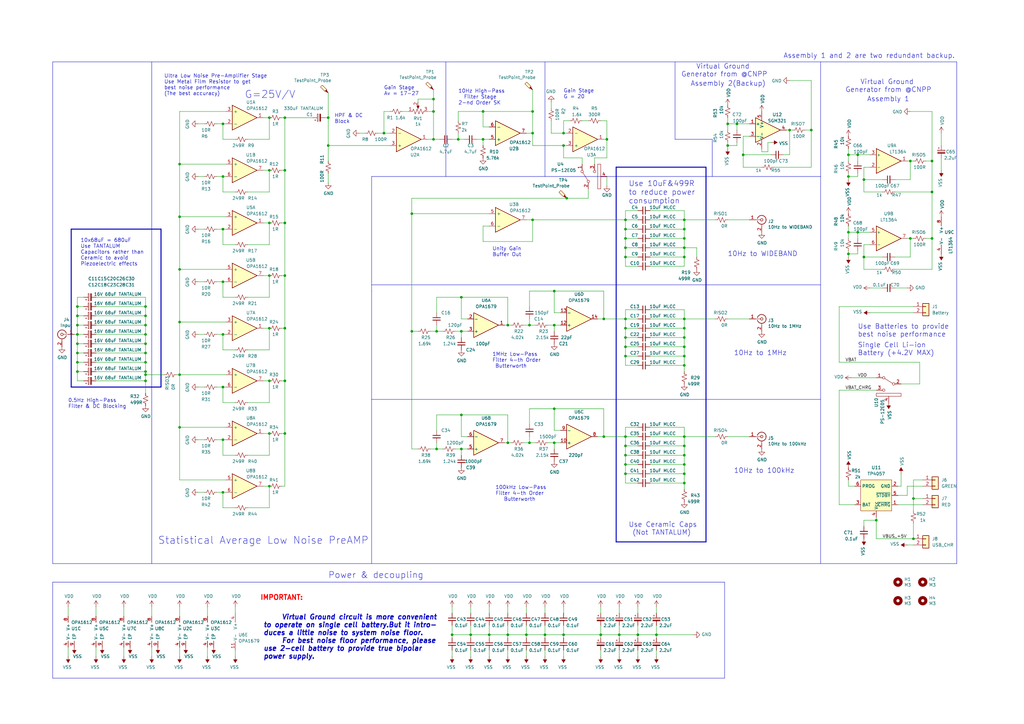
<source format=kicad_sch>
(kicad_sch (version 20230121) (generator eeschema)
  (paper "A3")
  (junction (at 256.54 142.24))
  (junction (at 31.75 125.73))
  (junction (at 280.67 179.07))
  (junction (at 256.54 186.69))
  (junction (at 177.8 57.15))
  (junction (at 323.85 53.34))
  (junction (at 382.27 78.74))
  (junction (at 256.54 93.98))
  (junction (at 110.49 113.03))
  (junction (at 359.41 213.36))
  (junction (at 189.23 170.18))
  (junction (at 198.12 57.15))
  (junction (at 382.27 97.79))
  (junction (at 373.38 66.04))
  (junction (at 193.04 260.35))
  (junction (at 91.44 201.93))
  (junction (at 215.9 260.35))
  (junction (at 168.91 135.89))
  (junction (at 91.44 50.8))
  (junction (at 280.67 194.31))
  (junction (at 208.28 260.35))
  (junction (at 116.84 48.26))
  (junction (at 59.69 152.4))
  (junction (at 280.67 146.05))
  (junction (at 189.23 184.15))
  (junction (at 31.75 144.78))
  (junction (at 31.75 148.59))
  (junction (at 298.45 50.8))
  (junction (at 256.54 130.81))
  (junction (at 116.84 156.21))
  (junction (at 110.49 48.26))
  (junction (at 347.98 72.39))
  (junction (at 91.44 158.75))
  (junction (at 110.49 199.39))
  (junction (at 304.8 63.5))
  (junction (at 232.41 81.28))
  (junction (at 351.79 63.5))
  (junction (at 189.23 135.89))
  (junction (at 256.54 134.62))
  (junction (at 280.67 93.98))
  (junction (at 347.98 95.25))
  (junction (at 231.14 59.69))
  (junction (at 256.54 97.79))
  (junction (at 200.66 260.35))
  (junction (at 110.49 69.85))
  (junction (at 208.28 133.35))
  (junction (at 332.74 53.34))
  (junction (at 354.33 105.41))
  (junction (at 247.65 179.07))
  (junction (at 91.44 115.57))
  (junction (at 231.14 260.35))
  (junction (at 59.69 144.78))
  (junction (at 374.65 204.47))
  (junction (at 256.54 105.41))
  (junction (at 168.91 87.63))
  (junction (at 116.84 134.62))
  (junction (at 31.75 129.54))
  (junction (at 31.75 137.16))
  (junction (at 218.44 45.72))
  (junction (at 110.49 177.8))
  (junction (at 59.69 129.54))
  (junction (at 248.92 57.15))
  (junction (at 31.75 152.4))
  (junction (at 116.84 69.85))
  (junction (at 256.54 90.17))
  (junction (at 134.62 59.69))
  (junction (at 110.49 156.21))
  (junction (at 302.26 50.8))
  (junction (at 280.67 142.24))
  (junction (at 177.8 45.72))
  (junction (at 59.69 133.35))
  (junction (at 280.67 134.62))
  (junction (at 59.69 140.97))
  (junction (at 59.69 137.16))
  (junction (at 351.79 95.25))
  (junction (at 187.96 57.15))
  (junction (at 280.67 97.79))
  (junction (at 110.49 134.62))
  (junction (at 217.17 133.35))
  (junction (at 256.54 194.31))
  (junction (at 116.84 91.44))
  (junction (at 254 260.35))
  (junction (at 59.69 125.73))
  (junction (at 280.67 138.43))
  (junction (at 298.45 59.69))
  (junction (at 256.54 146.05))
  (junction (at 116.84 177.8))
  (junction (at 223.52 260.35))
  (junction (at 280.67 198.12))
  (junction (at 280.67 190.5))
  (junction (at 73.66 132.08))
  (junction (at 217.17 181.61))
  (junction (at 73.66 67.31))
  (junction (at 247.65 130.81))
  (junction (at 59.69 156.21))
  (junction (at 280.67 182.88))
  (junction (at 179.07 135.89))
  (junction (at 110.49 91.44))
  (junction (at 91.44 93.98))
  (junction (at 382.27 66.04))
  (junction (at 227.33 133.35))
  (junction (at 280.67 90.17))
  (junction (at 218.44 54.61))
  (junction (at 116.84 113.03))
  (junction (at 256.54 138.43))
  (junction (at 91.44 180.34))
  (junction (at 347.98 63.5))
  (junction (at 59.69 153.67))
  (junction (at 73.66 88.9))
  (junction (at 73.66 110.49))
  (junction (at 208.28 181.61))
  (junction (at 134.62 48.26))
  (junction (at 31.75 133.35))
  (junction (at 227.33 167.64))
  (junction (at 347.98 104.14))
  (junction (at 280.67 101.6))
  (junction (at 177.8 40.64))
  (junction (at 227.33 181.61))
  (junction (at 373.38 97.79))
  (junction (at 157.48 54.61))
  (junction (at 261.62 260.35))
  (junction (at 218.44 90.17))
  (junction (at 73.66 175.26))
  (junction (at 189.23 121.92))
  (junction (at 73.66 153.67))
  (junction (at 31.75 140.97))
  (junction (at 256.54 179.07))
  (junction (at 280.67 149.86))
  (junction (at 269.24 260.35))
  (junction (at 91.44 72.39))
  (junction (at 91.44 137.16))
  (junction (at 179.07 184.15))
  (junction (at 374.65 220.98))
  (junction (at 59.69 148.59))
  (junction (at 354.33 73.66))
  (junction (at 256.54 101.6))
  (junction (at 198.12 45.72))
  (junction (at 256.54 190.5))
  (junction (at 231.14 54.61))
  (junction (at 227.33 119.38))
  (junction (at 185.42 260.35))
  (junction (at 280.67 130.81))
  (junction (at 280.67 105.41))
  (junction (at 280.67 186.69))
  (junction (at 256.54 182.88))
  (junction (at 246.38 260.35))
  (wire (pts (xy 354.33 213.36) (xy 359.41 213.36)))
  (wire (pts (xy 261.62 198.12) (xy 256.54 198.12)))
  (wire (pts (xy 81.28 93.98) (xy 83.82 93.98)))
  (wire (pts (xy 218.44 59.69) (xy 231.14 59.69)))
  (wire (pts (xy 185.42 260.35) (xy 185.42 261.62)))
  (wire (pts (xy 31.75 129.54) (xy 31.75 133.35)))
  (wire (pts (xy 351.79 63.5) (xy 356.87 63.5)))
  (wire (pts (xy 247.65 179.07) (xy 245.11 179.07)))
  (wire (pts (xy 110.49 121.92) (xy 110.49 113.03)))
  (wire (pts (xy 372.11 203.2) (xy 372.11 199.39)))
  (wire (pts (xy 81.28 115.57) (xy 83.82 115.57)))
  (wire (pts (xy 91.44 208.28) (xy 91.44 201.93)))
  (polyline (pts (xy 21.59 231.14) (xy 21.59 25.4)))
  (wire (pts (xy 116.84 134.62) (xy 116.84 156.21)))
  (polyline (pts (xy 182.88 72.39) (xy 182.88 25.4)))
  (wire (pts (xy 280.67 198.12) (xy 280.67 200.66)))
  (wire (pts (xy 110.49 186.69) (xy 110.49 177.8)))
  (wire (pts (xy 298.45 50.8) (xy 302.26 50.8)))
  (wire (pts (xy 96.52 165.1) (xy 91.44 165.1)))
  (wire (pts (xy 304.8 68.58) (xy 312.42 68.58)))
  (wire (pts (xy 367.03 73.66) (xy 373.38 73.66)))
  (wire (pts (xy 256.54 186.69) (xy 256.54 190.5)))
  (wire (pts (xy 39.37 156.21) (xy 59.69 156.21)))
  (wire (pts (xy 180.34 57.15) (xy 177.8 57.15)))
  (wire (pts (xy 261.62 101.6) (xy 256.54 101.6)))
  (wire (pts (xy 189.23 138.43) (xy 189.23 135.89)))
  (wire (pts (xy 208.28 260.35) (xy 200.66 260.35)))
  (wire (pts (xy 261.62 149.86) (xy 256.54 149.86)))
  (wire (pts (xy 62.23 265.43) (xy 62.23 269.24)))
  (wire (pts (xy 332.74 33.02) (xy 332.74 53.34)))
  (wire (pts (xy 157.48 54.61) (xy 160.02 54.61)))
  (wire (pts (xy 215.9 260.35) (xy 215.9 256.54)))
  (wire (pts (xy 218.44 99.06) (xy 218.44 90.17)))
  (wire (pts (xy 354.33 73.66) (xy 361.95 73.66)))
  (wire (pts (xy 134.62 48.26) (xy 134.62 59.69)))
  (wire (pts (xy 256.54 93.98) (xy 256.54 97.79)))
  (wire (pts (xy 256.54 190.5) (xy 256.54 194.31)))
  (wire (pts (xy 217.17 167.64) (xy 227.33 167.64)))
  (wire (pts (xy 266.7 101.6) (xy 280.67 101.6)))
  (wire (pts (xy 248.92 57.15) (xy 248.92 64.77)))
  (wire (pts (xy 312.42 62.23) (xy 314.96 62.23)))
  (wire (pts (xy 59.69 144.78) (xy 59.69 148.59)))
  (wire (pts (xy 73.66 175.26) (xy 92.71 175.26)))
  (wire (pts (xy 91.44 50.8) (xy 92.71 50.8)))
  (wire (pts (xy 256.54 198.12) (xy 256.54 194.31)))
  (polyline (pts (xy 21.59 278.13) (xy 297.18 278.13)))
  (wire (pts (xy 256.54 146.05) (xy 261.62 146.05)))
  (wire (pts (xy 50.8 265.43) (xy 50.8 269.24)))
  (wire (pts (xy 266.7 190.5) (xy 280.67 190.5)))
  (wire (pts (xy 39.37 265.43) (xy 39.37 269.24)))
  (wire (pts (xy 269.24 266.7) (xy 269.24 269.24)))
  (wire (pts (xy 91.44 115.57) (xy 92.71 115.57)))
  (wire (pts (xy 347.98 95.25) (xy 351.79 95.25)))
  (wire (pts (xy 215.9 251.46) (xy 215.9 248.92)))
  (wire (pts (xy 179.07 135.89) (xy 176.53 135.89)))
  (polyline (pts (xy 66.04 158.75) (xy 29.21 158.75)) (stroke (width 0.4064)))
  (wire (pts (xy 200.66 92.71) (xy 198.12 92.71)))
  (polyline (pts (xy 152.4 119.38) (xy 152.4 72.39)))
  (wire (pts (xy 191.77 130.81) (xy 189.23 130.81)))
  (wire (pts (xy 361.95 78.74) (xy 354.33 78.74)))
  (wire (pts (xy 217.17 133.35) (xy 219.71 133.35)))
  (wire (pts (xy 91.44 57.15) (xy 91.44 50.8)))
  (wire (pts (xy 231.14 59.69) (xy 232.41 59.69)))
  (wire (pts (xy 261.62 138.43) (xy 256.54 138.43)))
  (wire (pts (xy 200.66 251.46) (xy 200.66 248.92)))
  (wire (pts (xy 246.38 261.62) (xy 246.38 260.35)))
  (wire (pts (xy 85.09 269.24) (xy 85.09 265.43)))
  (wire (pts (xy 39.37 248.92) (xy 39.37 252.73)))
  (wire (pts (xy 200.66 266.7) (xy 200.66 269.24)))
  (wire (pts (xy 359.41 220.98) (xy 359.41 213.36)))
  (wire (pts (xy 88.9 72.39) (xy 91.44 72.39)))
  (wire (pts (xy 88.9 93.98) (xy 91.44 93.98)))
  (wire (pts (xy 373.38 66.04) (xy 374.65 66.04)))
  (wire (pts (xy 344.17 207.01) (xy 350.52 207.01)))
  (wire (pts (xy 302.26 59.69) (xy 298.45 59.69)))
  (wire (pts (xy 217.17 119.38) (xy 227.33 119.38)))
  (wire (pts (xy 39.37 137.16) (xy 59.69 137.16)))
  (wire (pts (xy 73.66 265.43) (xy 73.66 269.24)))
  (wire (pts (xy 73.66 110.49) (xy 92.71 110.49)))
  (wire (pts (xy 361.95 110.49) (xy 354.33 110.49)))
  (wire (pts (xy 374.65 214.63) (xy 374.65 220.98)))
  (wire (pts (xy 266.7 134.62) (xy 280.67 134.62)))
  (wire (pts (xy 227.33 167.64) (xy 247.65 167.64)))
  (wire (pts (xy 347.98 102.87) (xy 347.98 104.14)))
  (wire (pts (xy 96.52 121.92) (xy 91.44 121.92)))
  (wire (pts (xy 349.25 154.94) (xy 359.41 154.94)))
  (wire (pts (xy 59.69 153.67) (xy 67.31 153.67)))
  (wire (pts (xy 256.54 138.43) (xy 256.54 142.24)))
  (wire (pts (xy 218.44 45.72) (xy 198.12 45.72)))
  (wire (pts (xy 34.29 144.78) (xy 31.75 144.78)))
  (wire (pts (xy 373.38 73.66) (xy 373.38 66.04)))
  (wire (pts (xy 185.42 57.15) (xy 187.96 57.15)))
  (wire (pts (xy 227.33 119.38) (xy 247.65 119.38)))
  (wire (pts (xy 134.62 38.1) (xy 134.62 48.26)))
  (wire (pts (xy 344.17 148.59) (xy 377.19 148.59)))
  (wire (pts (xy 115.57 156.21) (xy 116.84 156.21)))
  (wire (pts (xy 189.23 135.89) (xy 191.77 135.89)))
  (wire (pts (xy 115.57 91.44) (xy 116.84 91.44)))
  (wire (pts (xy 31.75 144.78) (xy 31.75 140.97)))
  (wire (pts (xy 154.94 54.61) (xy 157.48 54.61)))
  (wire (pts (xy 256.54 175.26) (xy 256.54 179.07)))
  (wire (pts (xy 34.29 140.97) (xy 31.75 140.97)))
  (wire (pts (xy 177.8 40.64) (xy 177.8 45.72)))
  (polyline (pts (xy 62.23 25.4) (xy 62.23 231.14)))
  (wire (pts (xy 351.79 71.12) (xy 351.79 72.39)))
  (wire (pts (xy 73.66 110.49) (xy 73.66 132.08)))
  (wire (pts (xy 157.48 45.72) (xy 160.02 45.72)))
  (wire (pts (xy 231.14 260.35) (xy 231.14 256.54)))
  (wire (pts (xy 185.42 266.7) (xy 185.42 269.24)))
  (wire (pts (xy 91.44 137.16) (xy 92.71 137.16)))
  (wire (pts (xy 246.38 251.46) (xy 246.38 248.92)))
  (wire (pts (xy 256.54 179.07) (xy 256.54 182.88)))
  (wire (pts (xy 269.24 260.35) (xy 261.62 260.35)))
  (wire (pts (xy 302.26 50.8) (xy 307.34 50.8)))
  (wire (pts (xy 261.62 93.98) (xy 256.54 93.98)))
  (wire (pts (xy 373.38 97.79) (xy 374.65 97.79)))
  (wire (pts (xy 231.14 59.69) (xy 231.14 64.77)))
  (wire (pts (xy 96.52 57.15) (xy 91.44 57.15)))
  (wire (pts (xy 34.29 129.54) (xy 31.75 129.54)))
  (wire (pts (xy 110.49 113.03) (xy 107.95 113.03)))
  (wire (pts (xy 373.38 66.04) (xy 372.11 66.04)))
  (wire (pts (xy 59.69 153.67) (xy 59.69 156.21)))
  (wire (pts (xy 351.79 95.25) (xy 356.87 95.25)))
  (wire (pts (xy 373.38 105.41) (xy 373.38 97.79)))
  (wire (pts (xy 229.87 133.35) (xy 227.33 133.35)))
  (wire (pts (xy 134.62 71.12) (xy 134.62 74.93)))
  (wire (pts (xy 266.7 146.05) (xy 280.67 146.05)))
  (wire (pts (xy 147.32 54.61) (xy 149.86 54.61)))
  (wire (pts (xy 110.49 78.74) (xy 110.49 69.85)))
  (polyline (pts (xy 223.52 72.39) (xy 223.52 25.4)))
  (wire (pts (xy 266.7 90.17) (xy 280.67 90.17)))
  (wire (pts (xy 31.75 148.59) (xy 31.75 144.78)))
  (polyline (pts (xy 66.04 93.98) (xy 66.04 158.75)) (stroke (width 0.4064)))
  (wire (pts (xy 238.76 67.31) (xy 238.76 64.77)))
  (wire (pts (xy 116.84 48.26) (xy 128.27 48.26)))
  (wire (pts (xy 373.38 97.79) (xy 372.11 97.79)))
  (wire (pts (xy 374.65 196.85) (xy 374.65 204.47)))
  (wire (pts (xy 115.57 134.62) (xy 116.84 134.62)))
  (wire (pts (xy 73.66 45.72) (xy 73.66 67.31)))
  (wire (pts (xy 34.29 125.73) (xy 31.75 125.73)))
  (wire (pts (xy 116.84 69.85) (xy 116.84 91.44)))
  (wire (pts (xy 200.66 260.35) (xy 193.04 260.35)))
  (wire (pts (xy 177.8 36.83) (xy 177.8 40.64)))
  (wire (pts (xy 110.49 156.21) (xy 107.95 156.21)))
  (wire (pts (xy 217.17 179.07) (xy 217.17 181.61)))
  (wire (pts (xy 181.61 184.15) (xy 179.07 184.15)))
  (wire (pts (xy 198.12 57.15) (xy 195.58 57.15)))
  (wire (pts (xy 373.38 45.72) (xy 382.27 45.72)))
  (wire (pts (xy 261.62 90.17) (xy 256.54 90.17)))
  (wire (pts (xy 81.28 137.16) (xy 83.82 137.16)))
  (wire (pts (xy 261.62 134.62) (xy 256.54 134.62)))
  (wire (pts (xy 372.11 199.39) (xy 378.46 199.39)))
  (wire (pts (xy 73.66 45.72) (xy 92.71 45.72)))
  (wire (pts (xy 280.67 101.6) (xy 280.67 97.79)))
  (wire (pts (xy 217.17 181.61) (xy 219.71 181.61)))
  (wire (pts (xy 323.85 53.34) (xy 323.85 63.5)))
  (wire (pts (xy 280.67 149.86) (xy 280.67 146.05)))
  (wire (pts (xy 193.04 260.35) (xy 193.04 256.54)))
  (wire (pts (xy 226.06 41.91) (xy 226.06 44.45)))
  (wire (pts (xy 208.28 266.7) (xy 208.28 269.24)))
  (wire (pts (xy 246.38 266.7) (xy 246.38 269.24)))
  (wire (pts (xy 34.29 156.21) (xy 31.75 156.21)))
  (wire (pts (xy 189.23 184.15) (xy 191.77 184.15)))
  (wire (pts (xy 372.11 223.52) (xy 374.65 223.52)))
  (wire (pts (xy 31.75 121.92) (xy 31.75 125.73)))
  (wire (pts (xy 208.28 261.62) (xy 208.28 260.35)))
  (wire (pts (xy 280.67 93.98) (xy 280.67 90.17)))
  (wire (pts (xy 280.67 142.24) (xy 280.67 138.43)))
  (wire (pts (xy 110.49 199.39) (xy 107.95 199.39)))
  (wire (pts (xy 88.9 158.75) (xy 91.44 158.75)))
  (wire (pts (xy 231.14 266.7) (xy 231.14 269.24)))
  (wire (pts (xy 91.44 201.93) (xy 92.71 201.93)))
  (wire (pts (xy 231.14 260.35) (xy 223.52 260.35)))
  (wire (pts (xy 261.62 260.35) (xy 254 260.35)))
  (wire (pts (xy 232.41 81.28) (xy 241.3 81.28)))
  (wire (pts (xy 321.31 63.5) (xy 323.85 63.5)))
  (wire (pts (xy 269.24 261.62) (xy 269.24 260.35)))
  (polyline (pts (xy 336.55 25.4) (xy 336.55 72.39)))
  (wire (pts (xy 243.84 67.31) (xy 243.84 64.77)))
  (wire (pts (xy 261.62 182.88) (xy 256.54 182.88)))
  (wire (pts (xy 344.17 160.02) (xy 344.17 207.01)))
  (wire (pts (xy 314.96 62.23) (xy 314.96 58.42)))
  (wire (pts (xy 280.67 175.26) (xy 266.7 175.26)))
  (wire (pts (xy 85.09 248.92) (xy 85.09 252.73)))
  (wire (pts (xy 256.54 149.86) (xy 256.54 146.05)))
  (polyline (pts (xy 29.21 93.98) (xy 29.21 158.75)) (stroke (width 0.4064)))
  (wire (pts (xy 165.1 45.72) (xy 167.64 45.72)))
  (wire (pts (xy 248.92 72.39) (xy 248.92 76.2)))
  (wire (pts (xy 96.52 208.28) (xy 91.44 208.28)))
  (polyline (pts (xy 252.73 68.58) (xy 289.56 68.58)) (stroke (width 0.4064)))
  (wire (pts (xy 280.67 194.31) (xy 280.67 190.5)))
  (wire (pts (xy 81.28 158.75) (xy 83.82 158.75)))
  (wire (pts (xy 269.24 260.35) (xy 269.24 256.54)))
  (wire (pts (xy 298.45 48.26) (xy 298.45 50.8)))
  (wire (pts (xy 256.54 109.22) (xy 256.54 105.41)))
  (wire (pts (xy 168.91 184.15) (xy 171.45 184.15)))
  (wire (pts (xy 382.27 78.74) (xy 382.27 66.04)))
  (wire (pts (xy 254 261.62) (xy 254 260.35)))
  (wire (pts (xy 110.49 100.33) (xy 110.49 91.44)))
  (wire (pts (xy 39.37 125.73) (xy 59.69 125.73)))
  (wire (pts (xy 189.23 186.69) (xy 189.23 184.15)))
  (wire (pts (xy 110.49 177.8) (xy 107.95 177.8)))
  (wire (pts (xy 200.66 260.35) (xy 200.66 256.54)))
  (wire (pts (xy 351.79 63.5) (xy 351.79 66.04)))
  (wire (pts (xy 73.66 88.9) (xy 92.71 88.9)))
  (wire (pts (xy 200.66 261.62) (xy 200.66 260.35)))
  (wire (pts (xy 261.62 142.24) (xy 256.54 142.24)))
  (wire (pts (xy 374.65 204.47) (xy 374.65 209.55)))
  (wire (pts (xy 280.67 179.07) (xy 280.67 175.26)))
  (wire (pts (xy 187.96 57.15) (xy 190.5 57.15)))
  (wire (pts (xy 256.54 127) (xy 256.54 130.81)))
  (wire (pts (xy 231.14 260.35) (xy 246.38 260.35)))
  (wire (pts (xy 72.39 153.67) (xy 73.66 153.67)))
  (wire (pts (xy 354.33 100.33) (xy 354.33 105.41)))
  (wire (pts (xy 218.44 59.69) (xy 218.44 54.61)))
  (wire (pts (xy 208.28 121.92) (xy 208.28 133.35)))
  (wire (pts (xy 110.49 134.62) (xy 107.95 134.62)))
  (wire (pts (xy 266.7 109.22) (xy 280.67 109.22)))
  (wire (pts (xy 256.54 182.88) (xy 256.54 186.69)))
  (polyline (pts (xy 276.86 25.4) (xy 276.86 57.15)))
  (wire (pts (xy 116.84 156.21) (xy 116.84 177.8)))
  (wire (pts (xy 261.62 109.22) (xy 256.54 109.22)))
  (wire (pts (xy 261.62 179.07) (xy 256.54 179.07)))
  (wire (pts (xy 31.75 152.4) (xy 31.75 148.59)))
  (wire (pts (xy 344.17 125.73) (xy 374.65 125.73)))
  (wire (pts (xy 280.67 134.62) (xy 280.67 130.81)))
  (wire (pts (xy 266.7 182.88) (xy 280.67 182.88)))
  (wire (pts (xy 356.87 118.11) (xy 361.95 118.11)))
  (wire (pts (xy 198.12 52.07) (xy 198.12 45.72)))
  (wire (pts (xy 241.3 77.47) (xy 241.3 81.28)))
  (wire (pts (xy 280.67 182.88) (xy 280.67 179.07)))
  (wire (pts (xy 266.7 149.86) (xy 280.67 149.86)))
  (wire (pts (xy 101.6 121.92) (xy 110.49 121.92)))
  (wire (pts (xy 185.42 248.92) (xy 185.42 251.46)))
  (wire (pts (xy 179.07 121.92) (xy 189.23 121.92)))
  (wire (pts (xy 101.6 100.33) (xy 110.49 100.33)))
  (wire (pts (xy 261.62 260.35) (xy 261.62 256.54)))
  (wire (pts (xy 208.28 133.35) (xy 207.01 133.35)))
  (wire (pts (xy 39.37 129.54) (xy 59.69 129.54)))
  (wire (pts (xy 256.54 134.62) (xy 256.54 138.43)))
  (wire (pts (xy 218.44 54.61) (xy 218.44 45.72)))
  (wire (pts (xy 238.76 64.77) (xy 231.14 64.77)))
  (wire (pts (xy 31.75 125.73) (xy 31.75 129.54)))
  (wire (pts (xy 382.27 97.79) (xy 379.73 97.79)))
  (polyline (pts (xy 252.73 222.25) (xy 252.73 68.58)) (stroke (width 0.4064)))
  (wire (pts (xy 367.03 105.41) (xy 373.38 105.41)))
  (wire (pts (xy 96.52 186.69) (xy 91.44 186.69)))
  (wire (pts (xy 218.44 90.17) (xy 215.9 90.17)))
  (wire (pts (xy 81.28 201.93) (xy 83.82 201.93)))
  (wire (pts (xy 31.75 140.97) (xy 31.75 137.16)))
  (wire (pts (xy 96.52 100.33) (xy 91.44 100.33)))
  (wire (pts (xy 280.67 149.86) (xy 280.67 152.4)))
  (wire (pts (xy 208.28 181.61) (xy 207.01 181.61)))
  (wire (pts (xy 247.65 130.81) (xy 245.11 130.81)))
  (wire (pts (xy 246.38 49.53) (xy 248.92 49.53)))
  (wire (pts (xy 382.27 66.04) (xy 379.73 66.04)))
  (wire (pts (xy 101.6 78.74) (xy 110.49 78.74)))
  (wire (pts (xy 217.17 125.73) (xy 217.17 119.38)))
  (wire (pts (xy 110.49 91.44) (xy 107.95 91.44)))
  (wire (pts (xy 374.65 220.98) (xy 359.41 220.98)))
  (wire (pts (xy 280.67 186.69) (xy 280.67 182.88)))
  (wire (pts (xy 116.84 113.03) (xy 116.84 134.62)))
  (wire (pts (xy 298.45 179.07) (xy 307.34 179.07)))
  (wire (pts (xy 39.37 133.35) (xy 59.69 133.35)))
  (polyline (pts (xy 292.1 72.39) (xy 292.1 57.15)))
  (wire (pts (xy 266.7 130.81) (xy 280.67 130.81)))
  (wire (pts (xy 280.67 86.36) (xy 266.7 86.36)))
  (wire (pts (xy 227.33 133.35) (xy 224.79 133.35)))
  (wire (pts (xy 354.33 68.58) (xy 354.33 73.66)))
  (wire (pts (xy 374.65 196.85) (xy 378.46 196.85)))
  (wire (pts (xy 227.33 184.15) (xy 227.33 181.61)))
  (wire (pts (xy 377.19 148.59) (xy 377.19 157.48)))
  (wire (pts (xy 101.6 165.1) (xy 110.49 165.1)))
  (wire (pts (xy 256.54 142.24) (xy 256.54 146.05)))
  (wire (pts (xy 101.6 143.51) (xy 110.49 143.51)))
  (wire (pts (xy 378.46 204.47) (xy 374.65 204.47)))
  (wire (pts (xy 110.49 48.26) (xy 107.95 48.26)))
  (wire (pts (xy 269.24 251.46) (xy 269.24 248.92)))
  (wire (pts (xy 280.67 90.17) (xy 280.67 86.36)))
  (wire (pts (xy 227.33 176.53) (xy 227.33 167.64)))
  (wire (pts (xy 191.77 179.07) (xy 189.23 179.07)))
  (wire (pts (xy 179.07 176.53) (xy 179.07 170.18)))
  (wire (pts (xy 208.28 170.18) (xy 208.28 181.61)))
  (wire (pts (xy 187.96 54.61) (xy 187.96 57.15)))
  (wire (pts (xy 307.34 55.88) (xy 304.8 55.88)))
  (wire (pts (xy 115.57 113.03) (xy 116.84 113.03)))
  (wire (pts (xy 227.33 135.89) (xy 227.33 133.35)))
  (wire (pts (xy 73.66 153.67) (xy 73.66 175.26)))
  (polyline (pts (xy 392.43 231.14) (xy 21.59 231.14)))
  (wire (pts (xy 368.3 203.2) (xy 372.11 203.2)))
  (wire (pts (xy 34.29 152.4) (xy 31.75 152.4)))
  (wire (pts (xy 223.52 260.35) (xy 223.52 256.54)))
  (wire (pts (xy 185.42 256.54) (xy 185.42 260.35)))
  (wire (pts (xy 261.62 97.79) (xy 256.54 97.79)))
  (wire (pts (xy 39.37 140.97) (xy 59.69 140.97)))
  (wire (pts (xy 382.27 45.72) (xy 382.27 66.04)))
  (wire (pts (xy 229.87 128.27) (xy 227.33 128.27)))
  (wire (pts (xy 280.67 105.41) (xy 280.67 101.6)))
  (wire (pts (xy 226.06 54.61) (xy 231.14 54.61)))
  (wire (pts (xy 356.87 68.58) (xy 354.33 68.58)))
  (wire (pts (xy 209.55 181.61) (xy 208.28 181.61)))
  (wire (pts (xy 179.07 184.15) (xy 176.53 184.15)))
  (polyline (pts (xy 336.55 116.84) (xy 152.4 116.84)))
  (wire (pts (xy 229.87 181.61) (xy 227.33 181.61)))
  (wire (pts (xy 31.75 137.16) (xy 30.48 137.16)))
  (wire (pts (xy 208.28 260.35) (xy 208.28 256.54)))
  (wire (pts (xy 73.66 67.31) (xy 92.71 67.31)))
  (wire (pts (xy 354.33 110.49) (xy 354.33 105.41)))
  (wire (pts (xy 231.14 49.53) (xy 233.68 49.53)))
  (wire (pts (xy 280.67 97.79) (xy 280.67 93.98)))
  (wire (pts (xy 261.62 190.5) (xy 256.54 190.5)))
  (wire (pts (xy 247.65 130.81) (xy 256.54 130.81)))
  (wire (pts (xy 261.62 266.7) (xy 261.62 269.24)))
  (wire (pts (xy 214.63 133.35) (xy 217.17 133.35)))
  (wire (pts (xy 189.23 170.18) (xy 208.28 170.18)))
  (wire (pts (xy 256.54 86.36) (xy 256.54 90.17)))
  (wire (pts (xy 351.79 104.14) (xy 347.98 104.14)))
  (wire (pts (xy 280.67 198.12) (xy 280.67 194.31)))
  (wire (pts (xy 317.5 68.58) (xy 332.74 68.58)))
  (wire (pts (xy 223.52 251.46) (xy 223.52 248.92)))
  (wire (pts (xy 280.67 130.81) (xy 293.37 130.81)))
  (wire (pts (xy 217.17 130.81) (xy 217.17 133.35)))
  (wire (pts (xy 359.41 160.02) (xy 344.17 160.02)))
  (wire (pts (xy 110.49 143.51) (xy 110.49 134.62)))
  (wire (pts (xy 175.26 45.72) (xy 177.8 45.72)))
  (polyline (pts (xy 336.55 163.83) (xy 152.4 163.83)))
  (wire (pts (xy 266.7 97.79) (xy 280.67 97.79)))
  (wire (pts (xy 369.57 199.39) (xy 368.3 199.39)))
  (wire (pts (xy 304.8 63.5) (xy 316.23 63.5)))
  (wire (pts (xy 323.85 53.34) (xy 325.12 53.34)))
  (wire (pts (xy 266.7 105.41) (xy 280.67 105.41)))
  (wire (pts (xy 189.23 179.07) (xy 189.23 170.18)))
  (wire (pts (xy 247.65 167.64) (xy 247.65 179.07)))
  (wire (pts (xy 347.98 63.5) (xy 347.98 66.04)))
  (wire (pts (xy 223.52 260.35) (xy 215.9 260.35)))
  (wire (pts (xy 193.04 251.46) (xy 193.04 248.92)))
  (wire (pts (xy 179.07 133.35) (xy 179.07 135.89)))
  (wire (pts (xy 39.37 152.4) (xy 59.69 152.4)))
  (wire (pts (xy 256.54 101.6) (xy 256.54 105.41)))
  (wire (pts (xy 116.84 48.26) (xy 116.84 69.85)))
  (wire (pts (xy 302.26 50.8) (xy 302.26 53.34)))
  (wire (pts (xy 266.7 194.31) (xy 280.67 194.31)))
  (wire (pts (xy 115.57 177.8) (xy 116.84 177.8)))
  (wire (pts (xy 226.06 49.53) (xy 226.06 54.61)))
  (wire (pts (xy 354.33 215.9) (xy 354.33 213.36)))
  (wire (pts (xy 115.57 199.39) (xy 116.84 199.39)))
  (wire (pts (xy 214.63 181.61) (xy 217.17 181.61)))
  (polyline (pts (xy 297.18 238.76) (xy 21.59 238.76)))
  (wire (pts (xy 73.66 248.92) (xy 73.66 252.73)))
  (wire (pts (xy 347.98 71.12) (xy 347.98 72.39)))
  (wire (pts (xy 261.62 127) (xy 256.54 127)))
  (wire (pts (xy 359.41 213.36) (xy 359.41 212.09)))
  (wire (pts (xy 323.85 53.34) (xy 322.58 53.34)))
  (wire (pts (xy 261.62 261.62) (xy 261.62 260.35)))
  (wire (pts (xy 179.07 170.18) (xy 189.23 170.18)))
  (wire (pts (xy 332.74 53.34) (xy 332.74 68.58)))
  (wire (pts (xy 231.14 54.61) (xy 232.41 54.61)))
  (polyline (pts (xy 152.4 72.39) (xy 336.55 72.39)))
  (wire (pts (xy 73.66 132.08) (xy 73.66 153.67)))
  (wire (pts (xy 351.79 102.87) (xy 351.79 104.14)))
  (wire (pts (xy 354.33 78.74) (xy 354.33 73.66)))
  (wire (pts (xy 351.79 95.25) (xy 351.79 97.79)))
  (wire (pts (xy 280.67 105.41) (xy 280.67 109.22)))
  (wire (pts (xy 81.28 72.39) (xy 83.82 72.39)))
  (wire (pts (xy 285.75 105.41) (xy 285.75 101.6)))
  (wire (pts (xy 247.65 57.15) (xy 248.92 57.15)))
  (polyline (pts (xy 152.4 119.38) (xy 152.4 231.14)))
  (wire (pts (xy 280.67 138.43) (xy 280.67 134.62)))
  (wire (pts (xy 332.74 53.34) (xy 330.2 53.34)))
  (wire (pts (xy 81.28 180.34) (xy 83.82 180.34)))
  (wire (pts (xy 73.66 88.9) (xy 73.66 110.49)))
  (wire (pts (xy 73.66 132.08) (xy 92.71 132.08)))
  (wire (pts (xy 367.03 110.49) (xy 382.27 110.49)))
  (wire (pts (xy 256.54 97.79) (xy 256.54 101.6)))
  (wire (pts (xy 347.98 92.71) (xy 347.98 95.25)))
  (wire (pts (xy 298.45 130.81) (xy 307.34 130.81)))
  (wire (pts (xy 323.85 33.02) (xy 332.74 33.02)))
  (wire (pts (xy 386.08 64.77) (xy 386.08 69.85)))
  (wire (pts (xy 302.26 58.42) (xy 302.26 59.69)))
  (wire (pts (xy 91.44 121.92) (xy 91.44 115.57)))
  (wire (pts (xy 168.91 81.28) (xy 232.41 81.28)))
  (wire (pts (xy 193.04 266.7) (xy 193.04 269.24)))
  (wire (pts (xy 96.52 266.7) (xy 96.52 269.24)))
  (wire (pts (xy 304.8 55.88) (xy 304.8 63.5)))
  (wire (pts (xy 215.9 261.62) (xy 215.9 260.35)))
  (wire (pts (xy 218.44 36.83) (xy 218.44 45.72)))
  (wire (pts (xy 116.84 177.8) (xy 116.84 199.39)))
  (wire (pts (xy 215.9 260.35) (xy 208.28 260.35)))
  (wire (pts (xy 223.52 261.62) (xy 223.52 260.35)))
  (wire (pts (xy 171.45 41.91) (xy 171.45 40.64)))
  (wire (pts (xy 101.6 57.15) (xy 110.49 57.15)))
  (wire (pts (xy 181.61 135.89) (xy 179.07 135.89)))
  (wire (pts (xy 298.45 50.8) (xy 298.45 53.34)))
  (wire (pts (xy 88.9 137.16) (xy 91.44 137.16)))
  (polyline (pts (xy 336.55 72.39) (xy 336.55 231.14)))
  (wire (pts (xy 254 266.7) (xy 254 269.24)))
  (wire (pts (xy 91.44 165.1) (xy 91.44 158.75)))
  (wire (pts (xy 39.37 144.78) (xy 59.69 144.78)))
  (polyline (pts (xy 297.18 278.13) (xy 297.18 238.76)))
  (wire (pts (xy 168.91 135.89) (xy 171.45 135.89)))
  (wire (pts (xy 231.14 49.53) (xy 231.14 54.61)))
  (wire (pts (xy 261.62 86.36) (xy 256.54 86.36)))
  (wire (pts (xy 367.03 78.74) (xy 382.27 78.74)))
  (wire (pts (xy 261.62 186.69) (xy 256.54 186.69)))
  (wire (pts (xy 96.52 143.51) (xy 91.44 143.51)))
  (wire (pts (xy 189.23 121.92) (xy 208.28 121.92)))
  (wire (pts (xy 256.54 130.81) (xy 256.54 134.62)))
  (wire (pts (xy 186.69 184.15) (xy 189.23 184.15)))
  (wire (pts (xy 96.52 78.74) (xy 91.44 78.74)))
  (wire (pts (xy 91.44 180.34) (xy 92.71 180.34)))
  (wire (pts (xy 254 260.35) (xy 254 256.54)))
  (wire (pts (xy 261.62 175.26) (xy 256.54 175.26)))
  (wire (pts (xy 367.03 118.11) (xy 372.11 118.11)))
  (wire (pts (xy 280.67 190.5) (xy 280.67 186.69)))
  (wire (pts (xy 347.98 104.14) (xy 347.98 105.41)))
  (wire (pts (xy 285.75 101.6) (xy 280.67 101.6)))
  (wire (pts (xy 231.14 261.62) (xy 231.14 260.35)))
  (wire (pts (xy 369.57 194.31) (xy 369.57 199.39)))
  (wire (pts (xy 110.49 69.85) (xy 107.95 69.85)))
  (wire (pts (xy 356.87 128.27) (xy 374.65 128.27)))
  (wire (pts (xy 350.52 199.39) (xy 347.98 199.39)))
  (wire (pts (xy 101.6 208.28) (xy 110.49 208.28)))
  (wire (pts (xy 238.76 49.53) (xy 241.3 49.53)))
  (wire (pts (xy 266.7 198.12) (xy 280.67 198.12)))
  (polyline (pts (xy 66.04 93.98) (xy 29.21 93.98)) (stroke (width 0.4064)))
  (wire (pts (xy 248.92 49.53) (xy 248.92 57.15)))
  (wire (pts (xy 88.9 50.8) (xy 91.44 50.8)))
  (wire (pts (xy 246.38 260.35) (xy 246.38 256.54)))
  (wire (pts (xy 88.9 201.93) (xy 91.44 201.93)))
  (wire (pts (xy 280.67 90.17) (xy 293.37 90.17)))
  (wire (pts (xy 177.8 45.72) (xy 177.8 57.15)))
  (wire (pts (xy 91.44 78.74) (xy 91.44 72.39)))
  (wire (pts (xy 261.62 251.46) (xy 261.62 248.92)))
  (wire (pts (xy 280.67 179.07) (xy 293.37 179.07)))
  (polyline (pts (xy 21.59 238.76) (xy 21.59 278.13)))
  (wire (pts (xy 304.8 63.5) (xy 304.8 68.58)))
  (polyline (pts (xy 289.56 68.58) (xy 289.56 222.25)) (stroke (width 0.4064)))
  (wire (pts (xy 280.67 127) (xy 266.7 127)))
  (wire (pts (xy 266.7 138.43) (xy 280.67 138.43)))
  (wire (pts (xy 59.69 125.73) (xy 59.69 129.54)))
  (wire (pts (xy 91.44 186.69) (xy 91.44 180.34)))
  (wire (pts (xy 168.91 87.63) (xy 168.91 135.89)))
  (wire (pts (xy 81.28 50.8) (xy 83.82 50.8)))
  (wire (pts (xy 217.17 173.99) (xy 217.17 167.64)))
  (wire (pts (xy 347.98 95.25) (xy 347.98 97.79)))
  (wire (pts (xy 198.12 92.71) (xy 198.12 99.06)))
  (wire (pts (xy 261.62 130.81) (xy 256.54 130.81)))
  (wire (pts (xy 256.54 105.41) (xy 261.62 105.41)))
  (wire (pts (xy 110.49 57.15) (xy 110.49 48.26)))
  (wire (pts (xy 27.94 248.92) (xy 27.94 252.73)))
  (wire (pts (xy 88.9 180.34) (xy 91.44 180.34)))
  (wire (pts (xy 73.66 67.31) (xy 73.66 88.9)))
  (wire (pts (xy 354.33 105.41) (xy 361.95 105.41)))
  (wire (pts (xy 256.54 90.17) (xy 256.54 93.98)))
  (wire (pts (xy 34.29 133.35) (xy 31.75 133.35)))
  (wire (pts (xy 91.44 72.39) (xy 92.71 72.39)))
  (wire (pts (xy 179.07 128.27) (xy 179.07 121.92)))
  (wire (pts (xy 59.69 133.35) (xy 59.69 137.16)))
  (wire (pts (xy 298.45 90.17) (xy 307.34 90.17)))
  (wire (pts (xy 243.84 64.77) (xy 248.92 64.77)))
  (wire (pts (xy 31.75 156.21) (xy 31.75 152.4)))
  (wire (pts (xy 231.14 251.46) (xy 231.14 248.92)))
  (wire (pts (xy 110.49 165.1) (xy 110.49 156.21)))
  (wire (pts (xy 298.45 59.69) (xy 298.45 60.96)))
  (wire (pts (xy 351.79 72.39) (xy 347.98 72.39)))
  (wire (pts (xy 73.66 175.26) (xy 73.66 196.85)))
  (wire (pts (xy 368.3 207.01) (xy 378.46 207.01)))
  (wire (pts (xy 247.65 119.38) (xy 247.65 130.81)))
  (wire (pts (xy 62.23 248.92) (xy 62.23 252.73)))
  (wire (pts (xy 254 260.35) (xy 246.38 260.35)))
  (wire (pts (xy 198.12 45.72) (xy 187.96 45.72)))
  (polyline (pts (xy 21.59 25.4) (xy 392.43 25.4)))
  (wire (pts (xy 168.91 81.28) (xy 168.91 87.63)))
  (wire (pts (xy 209.55 133.35) (xy 208.28 133.35)))
  (wire (pts (xy 266.7 179.07) (xy 280.67 179.07)))
  (wire (pts (xy 50.8 248.92) (xy 50.8 252.73)))
  (wire (pts (xy 39.37 121.92) (xy 59.69 121.92)))
  (wire (pts (xy 133.35 48.26) (xy 134.62 48.26)))
  (wire (pts (xy 59.69 137.16) (xy 59.69 140.97)))
  (wire (pts (xy 27.94 265.43) (xy 27.94 269.24)))
  (wire (pts (xy 344.17 125.73) (xy 344.17 148.59)))
  (wire (pts (xy 382.27 110.49) (xy 382.27 97.79)))
  (wire (pts (xy 314.96 58.42) (xy 316.23 58.42)))
  (wire (pts (xy 59.69 148.59) (xy 59.69 152.4)))
  (wire (pts (xy 223.52 266.7) (xy 223.52 269.24)))
  (wire (pts (xy 34.29 137.16) (xy 31.75 137.16)))
  (wire (pts (xy 88.9 115.57) (xy 91.44 115.57)))
  (wire (pts (xy 298.45 58.42) (xy 298.45 59.69)))
  (wire (pts (xy 266.7 186.69) (xy 280.67 186.69)))
  (wire (pts (xy 187.96 45.72) (xy 187.96 49.53)))
  (wire (pts (xy 59.69 152.4) (xy 59.69 153.67)))
  (polyline (pts (xy 289.56 222.25) (xy 252.73 222.25)) (stroke (width 0.4064)))
  (wire (pts (xy 229.87 176.53) (xy 227.33 176.53)))
  (wire (pts (xy 101.6 186.69) (xy 110.49 186.69)))
  (wire (pts (xy 185.42 260.35) (xy 193.04 260.35)))
  (wire (pts (xy 134.62 59.69) (xy 160.02 59.69)))
  (wire (pts (xy 168.91 135.89) (xy 168.91 184.15)))
  (wire (pts (xy 96.52 248.92) (xy 96.52 251.46)))
  (wire (pts (xy 269.24 260.35) (xy 284.48 260.35)))
  (wire (pts (xy 208.28 251.46) (xy 208.28 248.92)))
  (wire (pts (xy 198.12 99.06) (xy 218.44 99.06)))
  (wire (pts (xy 189.23 130.81) (xy 189.23 121.92)))
  (polyline (pts (xy 392.43 25.4) (xy 392.43 231.14)))
  (wire (pts (xy 34.29 148.59) (xy 31.75 148.59)))
  (wire (pts (xy 312.42 60.96) (xy 312.42 62.23)))
  (wire (pts (xy 31.75 133.35) (xy 31.75 137.16)))
  (wire (pts (xy 91.44 100.33) (xy 91.44 93.98)))
  (wire (pts (xy 266.7 93.98) (xy 280.67 93.98)))
  (wire (pts (xy 186.69 135.89) (xy 189.23 135.89)))
  (wire (pts (xy 91.44 93.98) (xy 92.71 93.98)))
  (wire (pts (xy 34.29 121.92) (xy 31.75 121.92)))
  (polyline (pts (xy 292.1 57.15) (xy 276.86 57.15)))
  (wire (pts (xy 347.98 63.5) (xy 351.79 63.5)))
  (wire (pts (xy 280.67 130.81) (xy 280.67 127)))
  (wire (pts (xy 73.66 196.85) (xy 92.71 196.85)))
  (wire (pts (xy 59.69 121.92) (xy 59.69 125.73)))
  (wire (pts (xy 91.44 158.75) (xy 92.71 158.75)))
  (wire (pts (xy 266.7 142.24) (xy 280.67 142.24)))
  (wire (pts (xy 59.69 140.97) (xy 59.69 144.78)))
  (wire (pts (xy 198.12 59.69) (xy 198.12 57.15)))
  (wire (pts (xy 247.65 179.07) (xy 256.54 179.07)))
  (wire (pts (xy 175.26 57.15) (xy 177.8 57.15)))
  (wire (pts (xy 215.9 54.61) (xy 218.44 54.61)))
  (wire (pts (xy 39.37 148.59) (xy 59.69 148.59)))
  (wire (pts (xy 254 251.46) (xy 254 248.92)))
  (wire (pts (xy 59.69 129.54) (xy 59.69 133.35)))
  (wire (pts (xy 171.45 40.64) (xy 177.8 40.64)))
  (wire (pts (xy 73.66 153.67) (xy 92.71 153.67)))
  (wire (pts (xy 59.69 156.21) (xy 59.69 161.29)))
  (wire (pts (xy 356.87 100.33) (xy 354.33 100.33)))
  (wire (pts (xy 115.57 69.85) (xy 116.84 69.85)))
  (wire (pts (xy 193.04 261.62) (xy 193.04 260.35)))
  (wire (pts (xy 215.9 266.7) (xy 215.9 269.24)))
  (wire (pts (xy 347.98 60.96) (xy 347.98 63.5)))
  (wire (pts (xy 256.54 194.31) (xy 261.62 194.31)))
  (wire (pts (xy 115.57 48.26) (xy 116.84 48.26)))
  (wire (pts (xy 200.66 57.15) (xy 198.12 57.15)))
  (wire (pts (xy 280.67 146.05) (xy 280.67 142.24)))
  (wire (pts (xy 386.08 54.61) (xy 386.08 59.69)))
  (wire (pts (xy 218.44 90.17) (xy 256.54 90.17)))
  (wire (pts (xy 116.84 91.44) (xy 116.84 113.03)))
  (wire (pts (xy 157.48 45.72) (xy 157.48 54.61)))
  (wire (pts (xy 227.33 181.61) (xy 224.79 181.61)))
  (wire (pts (xy 110.49 208.28) (xy 110.49 199.39)))
  (wire (pts (xy 179.07 181.61) (xy 179.07 184.15)))
  (wire (pts (xy 347.98 199.39) (xy 347.98 196.85)))
  (wire (pts (xy 382.27 78.74) (xy 382.27 97.79)))
  (wire (pts (xy 200.66 52.07) (xy 198.12 52.07)))
  (wire (pts (xy 227.33 128.27) (xy 227.33 119.38)))
  (wire (pts (xy 91.44 143.51) (xy 91.44 137.16)))
  (wire (pts (xy 168.91 87.63) (xy 200.66 87.63)))
  (wire (pts (xy 134.62 59.69) (xy 134.62 66.04)))
  (wire (pts (xy 347.98 72.39) (xy 347.98 73.66)))
  (wire (pts (xy 377.19 157.48) (xy 369.57 157.48)))
  (text "100kHz Low-Pass\nFilter 4-th Order\n   Butterworth" (at 203.2 205.74 0) (effects (font (size 1.4986 1.4986)) (justify left bottom)))
  (text "Use 10uF&499R\nto reduce power\nconsumption" (at 257.81 83.82 0) (effects (font (size 2.2 2.2)) (justify left bottom)))
  (text "Single Cell Li-ion\nBattery (+4.2V MAX)" (at 351.79 146.05 0) (effects (font (size 2.0066 2.0066)) (justify left bottom)))
  (text "0.5Hz High-Pass\nFilter & DC Blocking" (at 27.94 167.64 0) (effects (font (size 1.4986 1.4986)) (justify left bottom)))
  (text "10x68uF = 680uF\nUse TANTALUM \nCapacitors rather than\nCeramic to avoid \nPiezoelectric effects" (at 33.02 109.22 0) (effects (font (size 1.4986 1.4986)) (justify left bottom)))
  (text "Statistical Average Low Noise PreAMP" (at 64.77 223.52 0) (effects (font (size 3 3)) (justify left bottom)))
  (text "G=25V/V" (at 100.33 40.64 0) (effects (font (size 3 3)) (justify left bottom)))
  (text "1MHz Low-Pass\nFilter 4-th Order\n Butterworth" (at 201.93 151.13 0) (effects (font (size 1.4986 1.4986)) (justify left bottom)))
  (text "HPF & DC\nBlock" (at 137.16 50.8 0) (effects (font (size 1.5 1.5)) (justify left bottom)))
  (text "    Virtual Ground\nGenerator from @CNPP" (at 279.4 31.75 0) (effects (font (size 2.0066 2.0066)) (justify left bottom)))
  (text "10Hz to 100kHz" (at 300.99 194.31 0) (effects (font (size 2.0066 2.0066)) (justify left bottom)))
  (text "Assembly 2(Backup)" (at 283.21 35.56 0) (effects (font (size 2.0066 2.0066)) (justify left bottom)))
  (text "Use Batteries to provide\nbest noise performance" (at 351.79 138.43 0) (effects (font (size 2.0066 2.0066)) (justify left bottom)))
  (text "10Hz High-Pass\n  Filter Stage\n2-nd Order SK" (at 187.96 43.18 0) (effects (font (size 1.4986 1.4986)) (justify left bottom)))
  (text "    Virtual Ground\nGenerator from @CNPP" (at 346.71 38.1 0) (effects (font (size 2.0066 2.0066)) (justify left bottom)))
  (text "Power & decoupling" (at 134.62 237.49 0) (effects (font (size 2.54 2.54)) (justify left bottom)))
  (text "Unity Gain\nBuffer Out" (at 201.93 105.41 0) (effects (font (size 1.4986 1.4986)) (justify left bottom)))
  (text "IMPORTANT:" (at 106.68 246.38 0) (effects (font (size 2.0066 2.0066) (thickness 0.4013) bold) (justify left bottom)))
  (text "Ultra Low Noise Pre-Amplifier Stage\nUse Metal Film Resistor to get \nbest noise performance\n(The best accuracy)" (at 67.31 39.37 0) (effects (font (size 1.4986 1.4986)) (justify left bottom)))
  (text "10Hz to 1MHz" (at 300.99 146.05 0) (effects (font (size 2.0066 2.0066)) (justify left bottom)))
  (text "	Virtual Ground circuit is more convenient\nto operate on single cell battery.But it intro-\nduces a little noise to system noise floor.\n	For best noise floor performance, please \nuse 2-cell battery to provide true bipolar \npower supply." (at 107.95 270.51 0) (effects (font (size 2 2) (thickness 0.4) bold italic) (justify left bottom)))
  (text "10Hz to WIDEBAND" (at 298.45 105.41 0) (effects (font (size 2.0066 2.0066)) (justify left bottom)))
  (text "Use Ceramic Caps\n (Not TANTALUM)" (at 257.81 219.71 0) (effects (font (size 2.0066 2.0066)) (justify left bottom)))
  (text "Assembly 1 and 2 are two redundant backup." (at 321.31 24.13 0) (effects (font (size 2.0066 2.0066)) (justify left bottom)))
  (text "Gain Stage\nG = 20" (at 231.14 40.64 0) (effects (font (size 1.4986 1.4986)) (justify left bottom)))
  (text "Gain Stage\nAv = 17-27" (at 157.48 39.37 0) (effects (font (size 1.4986 1.4986)) (justify left bottom)))
  (text "Assembly 1" (at 355.6 41.91 0) (effects (font (size 2.0066 2.0066)) (justify left bottom)))
  (label "VDD" (at 351.79 154.94 0))
  (label "VBAT" (at 346.71 148.59 0))
  (label "VBAT_CHRG" (at 346.71 160.02 0))
  (label "VBUS_+5V" (at 361.95 220.98 0))
  (symbol (lib_id "Connector:Conn_Coaxial") (at 25.4 137.16 0) (mirror y) (unit 1)
    (property "Reference" "J4" (at 27.2288 131.1148 0))
    (property "Value" "Input" (at 27.2288 133.4262 0))
    (property "Footprint" "Connector_Coaxial:U.FL_Molex_MCRF_73412-0110_Vertical" (effects hide))
    (property "Datasheet" " ~" (effects hide))
  )
  (symbol (lib_id "power:GND") (at 25.4 142.24 0) (unit 1)
    (property "Reference" "#PWR018" (effects hide))
    (property "Value" "GND" (at 25.527 146.6342 0))
  )
  (symbol (lib_id "Device:CP_Small") (at 36.83 121.92 90) (unit 1)
    (property "Reference" "C11" (at 38.1 114.3 90))
    (property "Value" "16V 68uF TANTALUM" (at 48.26 120.65 90))
    (property "Footprint" "Capacitor_Tantalum_SMD:CP_EIA-6032-20_AVX-F" (effects hide))
  )
  (symbol (lib_id "Device:CP_Small") (at 254 264.16 0) (unit 1)
    (property "Reference" "C62" (at 257.81 264.16 0))
    (property "Value" "2.2uF" (at 257.81 266.7 0))
    (property "Footprint" "Capacitor_Tantalum_SMD:CP_EIA-3216-10_Kemet-I" (effects hide))
  )
  (symbol (lib_id "Device:CP_Small") (at 261.62 264.16 0) (unit 1)
    (property "Reference" "C63" (at 265.43 264.16 0))
    (property "Value" "2.2uF" (at 265.43 266.7 0))
    (property "Footprint" "Capacitor_Tantalum_SMD:CP_EIA-3216-10_Kemet-I" (effects hide))
  )
  (symbol (lib_id "Device:CP_Small") (at 269.24 264.16 0) (unit 1)
    (property "Reference" "C64" (at 273.05 264.16 0))
    (property "Value" "2.2uF" (at 273.05 266.7 0))
    (property "Footprint" "Capacitor_Tantalum_SMD:CP_EIA-3216-10_Kemet-I" (effects hide))
  )
  (symbol (lib_id "Device:CP_Small") (at 269.24 254 0) (unit 1)
    (property "Reference" "C53" (at 273.05 254 0))
    (property "Value" "2.2uF" (at 273.05 256.54 0))
    (property "Footprint" "Capacitor_Tantalum_SMD:CP_EIA-3216-10_Kemet-I" (effects hide))
  )
  (symbol (lib_id "Device:CP_Small") (at 261.62 254 0) (unit 1)
    (property "Reference" "C52" (at 265.43 254 0))
    (property "Value" "2.2uF" (at 265.43 256.54 0))
    (property "Footprint" "Capacitor_Tantalum_SMD:CP_EIA-3216-10_Kemet-I" (effects hide))
  )
  (symbol (lib_id "Device:CP_Small") (at 254 254 0) (unit 1)
    (property "Reference" "C51" (at 257.81 254 0))
    (property "Value" "2.2uF" (at 257.81 256.54 0))
    (property "Footprint" "Capacitor_Tantalum_SMD:CP_EIA-3216-10_Kemet-I" (effects hide))
  )
  (symbol (lib_id "Device:R_Small_US") (at 59.69 163.83 0) (unit 1)
    (property "Reference" "R32" (at 53.34 162.56 0) (effects (justify left)))
    (property "Value" "499R" (at 53.34 165.1 0) (effects (justify left)))
    (property "Footprint" "Resistor_SMD:R_0805_2012Metric" (effects hide))
  )
  (symbol (lib_id "power:GND") (at 59.69 166.37 0) (unit 1)
    (property "Reference" "#PWR022" (effects hide))
    (property "Value" "GND" (at 59.817 170.7642 0))
  )
  (symbol (lib_id "Mechanical:MountingHole") (at 368.3 238.76 0) (unit 1)
    (property "Reference" "H1" (at 370.84 237.5916 0) (effects (justify left)))
    (property "Value" "M3" (at 370.84 239.903 0) (effects (justify left)))
    (property "Footprint" "MountingHole:MountingHole_3.2mm_M3_Pad_TopOnly" (effects hide))
  )
  (symbol (lib_id "Mechanical:MountingHole") (at 368.3 246.38 0) (unit 1)
    (property "Reference" "H3" (at 370.84 245.2116 0) (effects (justify left)))
    (property "Value" "M3" (at 370.84 247.523 0) (effects (justify left)))
    (property "Footprint" "MountingHole:MountingHole_3.2mm_M3_Pad_TopOnly" (effects hide))
  )
  (symbol (lib_id "Mechanical:MountingHole") (at 378.46 238.76 0) (unit 1)
    (property "Reference" "H2" (at 381 237.5916 0) (effects (justify left)))
    (property "Value" "M3" (at 381 239.903 0) (effects (justify left)))
    (property "Footprint" "MountingHole:MountingHole_3.2mm_M3_Pad_TopOnly" (effects hide))
  )
  (symbol (lib_id "Mechanical:MountingHole") (at 378.46 246.38 0) (unit 1)
    (property "Reference" "H4" (at 381 245.2116 0) (effects (justify left)))
    (property "Value" "M3" (at 381 247.523 0) (effects (justify left)))
    (property "Footprint" "MountingHole:MountingHole_3.2mm_M3_Pad_TopOnly" (effects hide))
  )
  (symbol (lib_id "Connector:TestPoint_Probe") (at 134.62 38.1 90) (unit 1)
    (property "Reference" "TP3" (at 133.223 30.734 90))
    (property "Value" "TestPoint_Probe" (at 128.27 33.02 90))
    (property "Footprint" "TestPoint:TestPoint_Pad_D1.0mm" (effects hide))
  )
  (symbol (lib_id "power:GND") (at 134.62 74.93 0) (unit 1)
    (property "Reference" "#PWR09" (effects hide))
    (property "Value" "GND" (at 134.747 79.3242 0))
  )
  (symbol (lib_id "Device:R_Small_US") (at 162.56 45.72 90) (unit 1)
    (property "Reference" "R1" (at 161.29 48.26 90) (effects (justify left)))
    (property "Value" "1.6k" (at 166.37 48.26 90) (effects (justify left)))
    (property "Footprint" "Resistor_SMD:R_0402_1005Metric" (effects hide))
  )
  (symbol (lib_id "Connector:TestPoint_Probe") (at 177.8 36.83 90) (unit 1)
    (property "Reference" "TP1" (at 176.403 29.464 90))
    (property "Value" "TestPoint_Probe" (at 171.45 31.75 90))
    (property "Footprint" "TestPoint:TestPoint_Pad_D1.0mm" (effects hide))
  )
  (symbol (lib_id "Device:C_Small") (at 182.88 57.15 270) (unit 1)
    (property "Reference" "C2" (at 182.88 59.69 90))
    (property "Value" "4.7uF" (at 182.88 62.23 90))
    (property "Footprint" "Capacitor_SMD:C_0805_2012Metric" (effects hide))
  )
  (symbol (lib_id "Device:C_Small") (at 193.04 57.15 270) (unit 1)
    (property "Reference" "C3" (at 193.04 59.69 90))
    (property "Value" "4.7uF" (at 193.04 62.23 90))
    (property "Footprint" "Capacitor_SMD:C_0805_2012Metric" (effects hide))
  )
  (symbol (lib_id "Device:R_Small_US") (at 198.12 62.23 0) (unit 1)
    (property "Reference" "R10" (at 200.66 62.23 0) (effects (justify left)))
    (property "Value" "5.76k" (at 199.39 64.77 0) (effects (justify left)))
    (property "Footprint" "Resistor_SMD:R_0402_1005Metric" (effects hide))
  )
  (symbol (lib_id "power:GND") (at 198.12 64.77 0) (unit 1)
    (property "Reference" "#PWR07" (effects hide))
    (property "Value" "GND" (at 198.247 69.1642 0))
  )
  (symbol (lib_id "Connector:TestPoint_Probe") (at 218.44 36.83 90) (unit 1)
    (property "Reference" "TP2" (at 217.043 29.464 90))
    (property "Value" "TestPoint_Probe" (at 212.09 31.75 90))
    (property "Footprint" "TestPoint:TestPoint_Pad_D1.0mm" (effects hide))
  )
  (symbol (lib_id "Device:R_Small_US") (at 187.96 52.07 0) (unit 1)
    (property "Reference" "R7" (at 189.23 50.8 0) (effects (justify left)))
    (property "Value" "2k" (at 189.23 53.34 0) (effects (justify left)))
    (property "Footprint" "Resistor_SMD:R_0402_1005Metric" (effects hide))
  )
  (symbol (lib_id "Connector:TestPoint_Probe") (at 232.41 81.28 90) (unit 1)
    (property "Reference" "TP4" (at 231.013 73.914 90))
    (property "Value" "TestPoint_Probe" (at 226.06 76.2 90))
    (property "Footprint" "TestPoint:TestPoint_Pad_D1.0mm" (effects hide))
  )
  (symbol (lib_id "Device:R_Small_US") (at 226.06 46.99 0) (unit 1)
    (property "Reference" "R2" (at 231.14 46.99 90) (effects (justify left)))
    (property "Value" "100R" (at 228.6 49.53 90) (effects (justify left)))
    (property "Footprint" "Resistor_SMD:R_0402_1005Metric" (effects hide))
  )
  (symbol (lib_id "Device:R_Small_US") (at 236.22 49.53 90) (unit 1)
    (property "Reference" "R4" (at 237.49 44.45 90) (effects (justify left)))
    (property "Value" "1.6k" (at 238.76 46.99 90) (effects (justify left)))
    (property "Footprint" "Resistor_SMD:R_0402_1005Metric" (effects hide))
  )
  (symbol (lib_id "Device:R_POT_US") (at 171.45 45.72 90) (unit 1)
    (property "Reference" "RV1" (at 171.45 48.5902 90))
    (property "Value" "1k" (at 171.45 50.9016 90))
    (property "Footprint" "Potentiometer_THT:Potentiometer_Bourns_3266W_Vertical" (effects hide))
  )
  (symbol (lib_id "Device:R_Small_US") (at 173.99 135.89 270) (unit 1)
    (property "Reference" "R25" (at 172.72 138.43 90) (effects (justify left)))
    (property "Value" "1.69k" (at 171.45 140.97 90) (effects (justify left)))
    (property "Footprint" "Resistor_SMD:R_0402_1005Metric" (effects hide))
  )
  (symbol (lib_id "Device:C_Small") (at 179.07 130.81 0) (unit 1)
    (property "Reference" "C16" (at 182.88 128.27 0))
    (property "Value" "120pF" (at 186.69 133.35 0))
    (property "Footprint" "Capacitor_SMD:C_0402_1005Metric" (effects hide))
  )
  (symbol (lib_id "Device:R_Small_US") (at 184.15 135.89 270) (unit 1)
    (property "Reference" "R26" (at 182.88 138.43 90) (effects (justify left)))
    (property "Value" "1.24k" (at 181.61 140.97 90) (effects (justify left)))
    (property "Footprint" "Resistor_SMD:R_0402_1005Metric" (effects hide))
  )
  (symbol (lib_id "Device:C_Small") (at 189.23 140.97 0) (unit 1)
    (property "Reference" "C24" (at 193.04 143.51 0))
    (property "Value" "100pF" (at 198.12 140.97 0))
    (property "Footprint" "Capacitor_SMD:C_0402_1005Metric" (effects hide))
  )
  (symbol (lib_id "power:GND") (at 189.23 143.51 0) (unit 1)
    (property "Reference" "#PWR019" (effects hide))
    (property "Value" "GND" (at 189.357 147.9042 0))
  )
  (symbol (lib_id "Device:R_Small_US") (at 212.09 133.35 270) (unit 1)
    (property "Reference" "R22" (at 210.82 135.89 90) (effects (justify left)))
    (property "Value" "4.02k" (at 209.55 138.43 90) (effects (justify left)))
    (property "Footprint" "Resistor_SMD:R_0402_1005Metric" (effects hide))
  )
  (symbol (lib_id "Device:R_Small_US") (at 222.25 133.35 270) (unit 1)
    (property "Reference" "R23" (at 220.98 135.89 90) (effects (justify left)))
    (property "Value" "2.15k" (at 219.71 138.43 90) (effects (justify left)))
    (property "Footprint" "Resistor_SMD:R_0402_1005Metric" (effects hide))
  )
  (symbol (lib_id "Device:C_Small") (at 227.33 138.43 0) (unit 1)
    (property "Reference" "C21" (at 231.14 140.97 0))
    (property "Value" "22pF" (at 232.41 138.43 0))
    (property "Footprint" "Capacitor_SMD:C_0402_1005Metric" (effects hide))
  )
  (symbol (lib_id "power:GND") (at 227.33 140.97 0) (unit 1)
    (property "Reference" "#PWR017" (effects hide))
    (property "Value" "GND" (at 227.457 145.3642 0))
  )
  (symbol (lib_id "Device:C_Small") (at 217.17 128.27 0) (unit 1)
    (property "Reference" "C14" (at 220.98 130.81 0))
    (property "Value" "150pF" (at 222.25 128.27 0))
    (property "Footprint" "Capacitor_SMD:C_0402_1005Metric" (effects hide))
  )
  (symbol (lib_id "Device:R_Small_US") (at 173.99 184.15 270) (unit 1)
    (property "Reference" "R38" (at 172.72 186.69 90) (effects (justify left)))
    (property "Value" "1.69k" (at 171.45 189.23 90) (effects (justify left)))
    (property "Footprint" "Resistor_SMD:R_0402_1005Metric" (effects hide))
  )
  (symbol (lib_id "Device:C_Small") (at 179.07 179.07 0) (unit 1)
    (property "Reference" "C34" (at 182.88 176.53 0))
    (property "Value" "1200pF" (at 186.69 181.61 0))
    (property "Footprint" "Capacitor_SMD:C_0402_1005Metric" (effects hide))
  )
  (symbol (lib_id "Device:R_Small_US") (at 184.15 184.15 270) (unit 1)
    (property "Reference" "R39" (at 182.88 186.69 90) (effects (justify left)))
    (property "Value" "1.24k" (at 181.61 189.23 90) (effects (justify left)))
    (property "Footprint" "Resistor_SMD:R_0402_1005Metric" (effects hide))
  )
  (symbol (lib_id "Device:C_Small") (at 189.23 189.23 0) (unit 1)
    (property "Reference" "C39" (at 193.04 191.77 0))
    (property "Value" "1000pF" (at 194.31 189.23 0))
    (property "Footprint" "Capacitor_SMD:C_0402_1005Metric" (effects hide))
  )
  (symbol (lib_id "power:GND") (at 189.23 191.77 0) (unit 1)
    (property "Reference" "#PWR026" (effects hide))
    (property "Value" "GND" (at 189.357 196.1642 0))
  )
  (symbol (lib_id "Device:R_Small_US") (at 212.09 181.61 270) (unit 1)
    (property "Reference" "R36" (at 210.82 184.15 90) (effects (justify left)))
    (property "Value" "4.02k" (at 209.55 186.69 90) (effects (justify left)))
    (property "Footprint" "Resistor_SMD:R_0402_1005Metric" (effects hide))
  )
  (symbol (lib_id "Device:R_Small_US") (at 222.25 181.61 270) (unit 1)
    (property "Reference" "R37" (at 220.98 184.15 90) (effects (justify left)))
    (property "Value" "2.15k" (at 219.71 186.69 90) (effects (justify left)))
    (property "Footprint" "Resistor_SMD:R_0402_1005Metric" (effects hide))
  )
  (symbol (lib_id "Device:C_Small") (at 227.33 186.69 0) (unit 1)
    (property "Reference" "C37" (at 231.14 189.23 0))
    (property "Value" "220pF" (at 236.22 186.69 0))
    (property "Footprint" "Capacitor_SMD:C_0402_1005Metric" (effects hide))
  )
  (symbol (lib_id "power:GND") (at 227.33 189.23 0) (unit 1)
    (property "Reference" "#PWR025" (effects hide))
    (property "Value" "GND" (at 227.457 193.6242 0))
  )
  (symbol (lib_id "Device:C_Small") (at 217.17 176.53 0) (unit 1)
    (property "Reference" "C33" (at 220.98 173.99 0))
    (property "Value" "1500pF" (at 224.79 179.07 0))
    (property "Footprint" "Capacitor_SMD:C_0402_1005Metric" (effects hide))
  )
  (symbol (lib_id "Device:C_Small") (at 264.16 86.36 270) (unit 1)
    (property "Reference" "C4" (at 260.35 85.09 90))
    (property "Value" "10uF MLCC" (at 271.78 85.09 90))
    (property "Footprint" "Capacitor_SMD:C_0805_2012Metric" (effects hide))
  )
  (symbol (lib_id "Device:C_Small") (at 264.16 90.17 270) (unit 1)
    (property "Reference" "C5" (at 260.35 88.9 90))
    (property "Value" "10uF MLCC" (at 271.78 88.9 90))
    (property "Footprint" "Capacitor_SMD:C_0805_2012Metric" (effects hide))
  )
  (symbol (lib_id "Device:C_Small") (at 264.16 93.98 270) (unit 1)
    (property "Reference" "C6" (at 260.35 92.71 90))
    (property "Value" "10uF MLCC" (at 271.78 92.71 90))
    (property "Footprint" "Capacitor_SMD:C_0805_2012Metric" (effects hide))
  )
  (symbol (lib_id "Device:C_Small") (at 264.16 97.79 270) (unit 1)
    (property "Reference" "C7" (at 260.35 96.52 90))
    (property "Value" "10uF MLCC" (at 271.78 96.52 90))
    (property "Footprint" "Capacitor_SMD:C_0805_2012Metric" (effects hide))
  )
  (symbol (lib_id "Device:C_Small") (at 264.16 101.6 270) (unit 1)
    (property "Reference" "C8" (at 260.35 100.33 90))
    (property "Value" "10uF MLCC" (at 271.78 100.33 90))
    (property "Footprint" "Capacitor_SMD:C_0805_2012Metric" (effects hide))
  )
  (symbol (lib_id "Device:C_Small") (at 264.16 105.41 270) (unit 1)
    (property "Reference" "C9" (at 260.35 104.14 90))
    (property "Value" "10uF MLCC" (at 271.78 104.14 90))
    (property "Footprint" "Capacitor_SMD:C_0805_2012Metric" (effects hide))
  )
  (symbol (lib_id "Device:C_Small") (at 264.16 109.22 270) (unit 1)
    (property "Reference" "C10" (at 260.35 107.95 90))
    (property "Value" "10uF MLCC" (at 271.78 107.95 90))
    (property "Footprint" "Capacitor_SMD:C_0805_2012Metric" (effects hide))
  )
  (symbol (lib_id "Device:C_Small") (at 264.16 127 270) (unit 1)
    (property "Reference" "C13" (at 260.35 125.73 90))
    (property "Value" "10uF MLCC" (at 271.78 125.73 90))
    (property "Footprint" "Capacitor_SMD:C_0805_2012Metric" (effects hide))
  )
  (symbol (lib_id "Device:C_Small") (at 264.16 130.81 270) (unit 1)
    (property "Reference" "C17" (at 260.35 129.54 90))
    (property "Value" "10uF MLCC" (at 271.78 129.54 90))
    (property "Footprint" "Capacitor_SMD:C_0805_2012Metric" (effects hide))
  )
  (symbol (lib_id "Device:C_Small") (at 264.16 134.62 270) (unit 1)
    (property "Reference" "C19" (at 260.35 133.35 90))
    (property "Value" "10uF MLCC" (at 271.78 133.35 90))
    (property "Footprint" "Capacitor_SMD:C_0805_2012Metric" (effects hide))
  )
  (symbol (lib_id "Device:C_Small") (at 264.16 138.43 270) (unit 1)
    (property "Reference" "C22" (at 260.35 137.16 90))
    (property "Value" "10uF MLCC" (at 271.78 137.16 90))
    (property "Footprint" "Capacitor_SMD:C_0805_2012Metric" (effects hide))
  )
  (symbol (lib_id "Device:C_Small") (at 264.16 142.24 270) (unit 1)
    (property "Reference" "C25" (at 260.35 140.97 90))
    (property "Value" "10uF MLCC" (at 271.78 140.97 90))
    (property "Footprint" "Capacitor_SMD:C_0805_2012Metric" (effects hide))
  )
  (symbol (lib_id "Device:C_Small") (at 264.16 146.05 270) (unit 1)
    (property "Reference" "C27" (at 260.35 144.78 90))
    (property "Value" "10uF MLCC" (at 271.78 144.78 90))
    (property "Footprint" "Capacitor_SMD:C_0805_2012Metric" (effects hide))
  )
  (symbol (lib_id "Device:C_Small") (at 264.16 149.86 270) (unit 1)
    (property "Reference" "C29" (at 260.35 148.59 90))
    (property "Value" "10uF MLCC" (at 271.78 148.59 90))
    (property "Footprint" "Capacitor_SMD:C_0805_2012Metric" (effects hide))
  )
  (symbol (lib_id "Device:C_Small") (at 264.16 175.26 270) (unit 1)
    (property "Reference" "C32" (at 260.35 173.99 90))
    (property "Value" "10uF MLCC" (at 271.78 173.99 90))
    (property "Footprint" "Capacitor_SMD:C_0805_2012Metric" (effects hide))
  )
  (symbol (lib_id "Device:C_Small") (at 264.16 179.07 270) (unit 1)
    (property "Reference" "C35" (at 260.35 177.8 90))
    (property "Value" "10uF MLCC" (at 271.78 177.8 90))
    (property "Footprint" "Capacitor_SMD:C_0805_2012Metric" (effects hide))
  )
  (symbol (lib_id "Device:C_Small") (at 264.16 182.88 270) (unit 1)
    (property "Reference" "C36" (at 260.35 181.61 90))
    (property "Value" "10uF MLCC" (at 271.78 181.61 90))
    (property "Footprint" "Capacitor_SMD:C_0805_2012Metric" (effects hide))
  )
  (symbol (lib_id "Device:C_Small") (at 264.16 186.69 270) (unit 1)
    (property "Reference" "C38" (at 260.35 185.42 90))
    (property "Value" "10uF MLCC" (at 271.78 185.42 90))
    (property "Footprint" "Capacitor_SMD:C_0805_2012Metric" (effects hide))
  )
  (symbol (lib_id "Device:C_Small") (at 264.16 190.5 270) (unit 1)
    (property "Reference" "C40" (at 260.35 189.23 90))
    (property "Value" "10uF MLCC" (at 271.78 189.23 90))
    (property "Footprint" "Capacitor_SMD:C_0805_2012Metric" (effects hide))
  )
  (symbol (lib_id "Device:C_Small") (at 264.16 194.31 270) (unit 1)
    (property "Reference" "C41" (at 260.35 193.04 90))
    (property "Value" "10uF MLCC" (at 271.78 193.04 90))
    (property "Footprint" "Capacitor_SMD:C_0805_2012Metric" (effects hide))
  )
  (symbol (lib_id "Device:C_Small") (at 264.16 198.12 270) (unit 1)
    (property "Reference" "C42" (at 260.35 196.85 90))
    (property "Value" "10uF MLCC" (at 271.78 196.85 90))
    (property "Footprint" "Capacitor_SMD:C_0805_2012Metric" (effects hide))
  )
  (symbol (lib_id "Device:R_Small_US") (at 285.75 107.95 0) (unit 1)
    (property "Reference" "R19" (at 279.4 111.76 0) (effects (justify left)))
    (property "Value" "499R" (at 278.13 114.3 0) (effects (justify left)))
    (property "Footprint" "Resistor_SMD:R_0805_2012Metric" (effects hide))
  )
  (symbol (lib_id "power:GND") (at 285.75 110.49 0) (unit 1)
    (property "Reference" "#PWR014" (effects hide))
    (property "Value" "GND" (at 285.877 114.8842 0))
  )
  (symbol (lib_id "power:GND") (at 280.67 157.48 0) (unit 1)
    (property "Reference" "#PWR020" (effects hide))
    (property "Value" "GND" (at 280.797 161.8742 0))
  )
  (symbol (lib_id "Device:R_Small_US") (at 280.67 154.94 0) (unit 1)
    (property "Reference" "R29" (at 283.21 154.94 0) (effects (justify left)))
    (property "Value" "499R" (at 281.94 157.48 0) (effects (justify left)))
    (property "Footprint" "Resistor_SMD:R_0805_2012Metric" (effects hide))
  )
  (symbol (lib_id "power:GND") (at 280.67 205.74 0) (unit 1)
    (property "Reference" "#PWR028" (effects hide))
    (property "Value" "GND" (at 280.797 210.1342 0))
  )
  (symbol (lib_id "Device:R_Small_US") (at 280.67 203.2 0) (unit 1)
    (property "Reference" "R43" (at 283.21 203.2 0) (effects (justify left)))
    (property "Value" "499R" (at 281.94 205.74 0) (effects (justify left)))
    (property "Footprint" "Resistor_SMD:R_0805_2012Metric" (effects hide))
  )
  (symbol (lib_id "Connector:Conn_Coaxial") (at 312.42 90.17 0) (unit 1)
    (property "Reference" "J2" (at 314.96 90.805 0) (effects (justify left)))
    (property "Value" "10Hz to WIDEBAND" (at 314.96 93.1164 0) (effects (justify left)))
    (property "Footprint" "Connector_Coaxial:U.FL_Molex_MCRF_73412-0110_Vertical" (effects hide))
    (property "Datasheet" " ~" (effects hide))
  )
  (symbol (lib_id "power:GND") (at 312.42 95.25 0) (unit 1)
    (property "Reference" "#PWR012" (effects hide))
    (property "Value" "GND" (at 312.547 99.6442 0))
  )
  (symbol (lib_id "Connector:Conn_Coaxial") (at 312.42 130.81 0) (unit 1)
    (property "Reference" "J3" (at 314.96 131.445 0) (effects (justify left)))
    (property "Value" "10Hz to 1MHz" (at 314.96 133.7564 0) (effects (justify left)))
    (property "Footprint" "Connector_Coaxial:U.FL_Molex_MCRF_73412-0110_Vertical" (effects hide))
    (property "Datasheet" " ~" (effects hide))
  )
  (symbol (lib_id "power:GND") (at 312.42 135.89 0) (unit 1)
    (property "Reference" "#PWR015" (effects hide))
    (property "Value" "GND" (at 312.547 140.2842 0))
  )
  (symbol (lib_id "Connector:Conn_Coaxial") (at 312.42 179.07 0) (unit 1)
    (property "Reference" "J5" (at 314.96 179.705 0) (effects (justify left)))
    (property "Value" "10Hz to 100kHz" (at 314.96 182.0164 0) (effects (justify left)))
    (property "Footprint" "Connector_Coaxial:U.FL_Molex_MCRF_73412-0110_Vertical" (effects hide))
    (property "Datasheet" " ~" (effects hide))
  )
  (symbol (lib_id "power:GND") (at 312.42 184.15 0) (unit 1)
    (property "Reference" "#PWR024" (effects hide))
    (property "Value" "GND" (at 312.547 188.5442 0))
  )
  (symbol (lib_id "power:VDD") (at 85.09 248.92 0) (unit 1)
    (property "Reference" "#PWR034" (effects hide))
    (property "Value" "VDD" (at 85.471 244.5258 0))
  )
  (symbol (lib_id "power:VSS") (at 85.09 269.24 180) (unit 1)
    (property "Reference" "#PWR059" (effects hide))
    (property "Value" "VSS" (at 84.709 273.6342 0))
  )
  (symbol (lib_id "power:VDD") (at 193.04 248.92 0) (unit 1)
    (property "Reference" "#PWR037" (effects hide))
    (property "Value" "VDD" (at 193.421 244.5258 0))
  )
  (symbol (lib_id "power:VSS") (at 193.04 269.24 180) (unit 1)
    (property "Reference" "#PWR062" (effects hide))
    (property "Value" "VSS" (at 192.659 273.6342 0))
  )
  (symbol (lib_id "Device:C_Small") (at 193.04 254 0) (unit 1)
    (property "Reference" "C44" (at 196.85 254 0))
    (property "Value" "0.1uF" (at 196.85 256.54 0))
    (property "Footprint" "Capacitor_SMD:C_0402_1005Metric" (effects hide))
  )
  (symbol (lib_id "Device:C_Small") (at 193.04 264.16 0) (unit 1)
    (property "Reference" "C55" (at 196.85 264.16 0))
    (property "Value" "0.1uF" (at 196.85 266.7 0))
    (property "Footprint" "Capacitor_SMD:C_0402_1005Metric" (effects hide))
  )
  (symbol (lib_id "power:VDD") (at 200.66 248.92 0) (unit 1)
    (property "Reference" "#PWR038" (effects hide))
    (property "Value" "VDD" (at 201.041 244.5258 0))
  )
  (symbol (lib_id "power:VSS") (at 200.66 269.24 180) (unit 1)
    (property "Reference" "#PWR063" (effects hide))
    (property "Value" "VSS" (at 200.279 273.6342 0))
  )
  (symbol (lib_id "Device:C_Small") (at 200.66 254 0) (unit 1)
    (property "Reference" "C45" (at 204.47 254 0))
    (property "Value" "0.1uF" (at 204.47 256.54 0))
    (property "Footprint" "Capacitor_SMD:C_0402_1005Metric" (effects hide))
  )
  (symbol (lib_id "Device:C_Small") (at 200.66 264.16 0) (unit 1)
    (property "Reference" "C56" (at 204.47 264.16 0))
    (property "Value" "0.1uF" (at 204.47 266.7 0))
    (property "Footprint" "Capacitor_SMD:C_0402_1005Metric" (effects hide))
  )
  (symbol (lib_id "power:VDD") (at 208.28 248.92 0) (unit 1)
    (property "Reference" "#PWR039" (effects hide))
    (property "Value" "VDD" (at 208.661 244.5258 0))
  )
  (symbol (lib_id "power:VSS") (at 208.28 269.24 180) (unit 1)
    (property "Reference" "#PWR064" (effects hide))
    (property "Value" "VSS" (at 207.899 273.6342 0))
  )
  (symbol (lib_id "Device:C_Small") (at 208.28 254 0) (unit 1)
    (property "Reference" "C46" (at 212.09 254 0))
    (property "Value" "0.1uF" (at 212.09 256.54 0))
    (property "Footprint" "Capacitor_SMD:C_0402_1005Metric" (effects hide))
  )
  (symbol (lib_id "Device:C_Small") (at 208.28 264.16 0) (unit 1)
    (property "Reference" "C57" (at 212.09 264.16 0))
    (property "Value" "0.1uF" (at 212.09 266.7 0))
    (property "Footprint" "Capacitor_SMD:C_0402_1005Metric" (effects hide))
  )
  (symbol (lib_id "power:VDD") (at 215.9 248.92 0) (unit 1)
    (property "Reference" "#PWR040" (effects hide))
    (property "Value" "VDD" (at 216.281 244.5258 0))
  )
  (symbol (lib_id "power:VSS") (at 215.9 269.24 180) (unit 1)
    (property "Reference" "#PWR065" (effects hide))
    (property "Value" "VSS" (at 215.519 273.6342 0))
  )
  (symbol (lib_id "Device:C_Small") (at 215.9 254 0) (unit 1)
    (property "Reference" "C47" (at 219.71 254 0))
    (property "Value" "0.1uF" (at 219.71 256.54 0))
    (property "Footprint" "Capacitor_SMD:C_0402_1005Metric" (effects hide))
  )
  (symbol (lib_id "Device:C_Small") (at 215.9 264.16 0) (unit 1)
    (property "Reference" "C58" (at 219.71 264.16 0))
    (property "Value" "0.1uF" (at 219.71 266.7 0))
    (property "Footprint" "Capacitor_SMD:C_0402_1005Metric" (effects hide))
  )
  (symbol (lib_id "power:VDD") (at 223.52 248.92 0) (unit 1)
    (property "Reference" "#PWR041" (effects hide))
    (property "Value" "VDD" (at 223.901 244.5258 0))
  )
  (symbol (lib_id "power:VSS") (at 223.52 269.24 180) (unit 1)
    (property "Reference" "#PWR066" (effects hide))
    (property "Value" "VSS" (at 223.139 273.6342 0))
  )
  (symbol (lib_id "Device:C_Small") (at 223.52 254 0) (unit 1)
    (property "Reference" "C48" (at 227.33 254 0))
    (property "Value" "0.1uF" (at 227.33 256.54 0))
    (property "Footprint" "Capacitor_SMD:C_0402_1005Metric" (effects hide))
  )
  (symbol (lib_id "Device:C_Small") (at 223.52 264.16 0) (unit 1)
    (property "Reference" "C59" (at 227.33 264.16 0))
    (property "Value" "0.1uF" (at 227.33 266.7 0))
    (property "Footprint" "Capacitor_SMD:C_0402_1005Metric" (effects hide))
  )
  (symbol (lib_id "power:VDD") (at 231.14 248.92 0) (unit 1)
    (property "Reference" "#PWR042" (effects hide))
    (property "Value" "VDD" (at 231.521 244.5258 0))
  )
  (symbol (lib_id "power:VSS") (at 231.14 269.24 180) (unit 1)
    (property "Reference" "#PWR067" (effects hide))
    (property "Value" "VSS" (at 230.759 273.6342 0))
  )
  (symbol (lib_id "Device:C_Small") (at 231.14 254 0) (unit 1)
    (property "Reference" "C49" (at 234.95 254 0))
    (property "Value" "0.1uF" (at 234.95 256.54 0))
    (property "Footprint" "Capacitor_SMD:C_0402_1005Metric" (effects hide))
  )
  (symbol (lib_id "Device:C_Small") (at 231.14 264.16 0) (unit 1)
    (property "Reference" "C60" (at 234.95 264.16 0))
    (property "Value" "0.1uF" (at 234.95 266.7 0))
    (property "Footprint" "Capacitor_SMD:C_0402_1005Metric" (effects hide))
  )
  (symbol (lib_id "power:VDD") (at 246.38 248.92 0) (unit 1)
    (property "Reference" "#PWR043" (effects hide))
    (property "Value" "VDD" (at 246.761 244.5258 0))
  )
  (symbol (lib_id "power:VSS") (at 246.38 269.24 180) (unit 1)
    (property "Reference" "#PWR068" (effects hide))
    (property "Value" "VSS" (at 245.999 273.6342 0))
  )
  (symbol (lib_id "Device:CP_Small") (at 246.38 254 0) (unit 1)
    (property "Reference" "C50" (at 250.19 254 0))
    (property "Value" "2.2uF" (at 250.19 256.54 0))
    (property "Footprint" "Capacitor_Tantalum_SMD:CP_EIA-3216-10_Kemet-I" (effects hide))
  )
  (symbol (lib_id "Device:CP_Small") (at 246.38 264.16 0) (unit 1)
    (property "Reference" "C61" (at 250.19 264.16 0))
    (property "Value" "2.2uF" (at 250.19 266.7 0))
    (property "Footprint" "Capacitor_Tantalum_SMD:CP_EIA-3216-10_Kemet-I" (effects hide))
  )
  (symbol (lib_id "power:VDD") (at 254 248.92 0) (unit 1)
    (property "Reference" "#PWR044" (effects hide))
    (property "Value" "VDD" (at 254.381 244.5258 0))
  )
  (symbol (lib_id "power:VSS") (at 254 269.24 180) (unit 1)
    (property "Reference" "#PWR069" (effects hide))
    (property "Value" "VSS" (at 253.619 273.6342 0))
  )
  (symbol (lib_id "power:VDD") (at 261.62 248.92 0) (unit 1)
    (property "Reference" "#PWR045" (effects hide))
    (property "Value" "VDD" (at 262.001 244.5258 0))
  )
  (symbol (lib_id "power:VSS") (at 261.62 269.24 180) (unit 1)
    (property "Reference" "#PWR070" (effects hide))
    (property "Value" "VSS" (at 261.239 273.6342 0))
  )
  (symbol (lib_id "power:VDD") (at 269.24 248.92 0) (unit 1)
    (property "Reference" "#PWR046" (effects hide))
    (property "Value" "VDD" (at 269.621 244.5258 0))
  )
  (symbol (lib_id "power:VSS") (at 269.24 269.24 180) (unit 1)
    (property "Reference" "#PWR071" (effects hide))
    (property "Value" "VSS" (at 268.859 273.6342 0))
  )
  (symbol (lib_id "power:GND") (at 284.48 260.35 90) (unit 1)
    (property "Reference" "#PWR047" (effects hide))
    (property "Value" "GND" (at 287.7312 260.223 90) (effects (justify right)))
  )
  (symbol (lib_id "Device:CP_Small") (at 36.83 125.73 90) (unit 1)
    (property "Reference" "C12" (at 38.1 116.84 90))
    (property "Value" "16V 68uF TANTALUM" (at 48.26 124.46 90))
    (property "Footprint" "Capacitor_Tantalum_SMD:CP_EIA-6032-20_AVX-F" (effects hide))
  )
  (symbol (lib_id "Device:CP_Small") (at 36.83 129.54 90) (unit 1)
    (property "Reference" "C15" (at 41.91 114.3 90))
    (property "Value" "16V 68uF TANTALUM" (at 48.26 128.27 90))
    (property "Footprint" "Capacitor_Tantalum_SMD:CP_EIA-6032-20_AVX-F" (effects hide))
  )
  (symbol (lib_id "Device:CP_Small") (at 36.83 133.35 90) (unit 1)
    (property "Reference" "C18" (at 41.91 116.84 90))
    (property "Value" "16V 68uF TANTALUM" (at 48.26 132.08 90))
    (property "Footprint" "Capacitor_Tantalum_SMD:CP_EIA-6032-20_AVX-F" (effects hide))
  )
  (symbol (lib_id "Device:CP_Small") (at 36.83 137.16 90) (unit 1)
    (property "Reference" "C20" (at 45.72 114.3 90))
    (property "Value" "16V 68uF TANTALUM" (at 48.26 135.89 90))
    (property "Footprint" "Capacitor_Tantalum_SMD:CP_EIA-6032-20_AVX-F" (effects hide))
  )
  (symbol (lib_id "Device:CP_Small") (at 36.83 140.97 90) (unit 1)
    (property "Reference" "C23" (at 45.72 116.84 90))
    (property "Value" "16V 68uF TANTALUM" (at 48.26 139.7 90))
    (property "Footprint" "Capacitor_Tantalum_SMD:CP_EIA-6032-20_AVX-F" (effects hide))
  )
  (symbol (lib_id "Device:CP_Small") (at 36.83 144.78 90) (unit 1)
    (property "Reference" "C26" (at 49.53 114.3 90))
    (property "Value" "16V 68uF TANTALUM" (at 48.26 143.51 90))
    (property "Footprint" "Capacitor_Tantalum_SMD:CP_EIA-6032-20_AVX-F" (effects hide))
  )
  (symbol (lib_id "Device:CP_Small") (at 36.83 148.59 90) (unit 1)
    (property "Reference" "C28" (at 49.53 116.84 90))
    (property "Value" "16V 68uF TANTALUM" (at 48.26 147.32 90))
    (property "Footprint" "Capacitor_Tantalum_SMD:CP_EIA-6032-20_AVX-F" (effects hide))
  )
  (symbol (lib_id "Device:CP_Small") (at 36.83 152.4 90) (unit 1)
    (property "Reference" "C30" (at 53.34 114.3 90))
    (property "Value" "16V 68uF TANTALUM" (at 48.26 151.13 90))
    (property "Footprint" "Capacitor_Tantalum_SMD:CP_EIA-6032-20_AVX-F" (effects hide))
  )
  (symbol (lib_id "Device:CP_Small") (at 36.83 156.21 90) (unit 1)
    (property "Reference" "C31" (at 53.34 116.84 90))
    (property "Value" "16V 68uF TANTALUM" (at 48.26 154.94 90))
    (property "Footprint" "Capacitor_Tantalum_SMD:CP_EIA-6032-20_AVX-F" (effects hide))
  )
  (symbol (lib_id "power:GND") (at 226.06 41.91 180) (unit 1)
    (property "Reference" "#PWR03" (effects hide))
    (property "Value" "GND" (at 225.933 37.5158 0))
  )
  (symbol (lib_id "power:VSS") (at 76.2 265.43 180) (unit 1)
    (property "Reference" "#PWR052" (effects hide))
    (property "Value" "VSS" (at 77.47 269.24 0))
  )
  (symbol (lib_id "Device:R_Small_US") (at 295.91 179.07 90) (unit 1)
    (property "Reference" "RISO4" (at 298.45 176.53 90) (effects (justify left)))
    (property "Value" "0R" (at 298.45 181.61 90) (effects (justify left)))
    (property "Footprint" "Resistor_SMD:R_0805_2012Metric" (effects hide))
  )
  (symbol (lib_id "NoiseAMP:PS-12E05") (at 364.49 152.4 0) (mirror y) (unit 1)
    (property "Reference" "U10" (at 359.41 165.1 90))
    (property "Value" "PS-12E05" (at 361.95 168.91 90))
    (property "Footprint" "EmoeNAP_FootPrint_Lib:PS-12E05" (effects hide))
  )
  (symbol (lib_id "Device:R_Small_US") (at 113.03 199.39 90) (unit 1)
    (property "Reference" "R41" (at 114.3 196.85 90) (effects (justify left)))
    (property "Value" "1R" (at 114.3 201.93 90) (effects (justify left)))
    (property "Footprint" "Resistor_SMD:R_0402_1005Metric" (effects hide))
  )
  (symbol (lib_id "Device:R_Small_US") (at 113.03 48.26 90) (unit 1)
    (property "Reference" "R3" (at 114.3 45.72 90) (effects (justify left)))
    (property "Value" "1R" (at 114.3 50.8 90) (effects (justify left)))
    (property "Footprint" "Resistor_SMD:R_0402_1005Metric" (effects hide))
  )
  (symbol (lib_id "power:VSS") (at 185.42 269.24 180) (unit 1)
    (property "Reference" "#PWR061" (effects hide))
    (property "Value" "VSS" (at 185.039 273.6342 0))
  )
  (symbol (lib_id "Device:R_Small_US") (at 295.91 130.81 90) (unit 1)
    (property "Reference" "RISO2" (at 298.45 128.27 90) (effects (justify left)))
    (property "Value" "0R" (at 298.45 133.35 90) (effects (justify left)))
    (property "Footprint" "Resistor_SMD:R_0805_2012Metric" (effects hide))
  )
  (symbol (lib_id "Device:R_Small_US") (at 86.36 93.98 270) (unit 1)
    (property "Reference" "R16" (at 82.55 99.06 90) (effects (justify left)))
    (property "Value" "10R" (at 82.55 96.52 90) (effects (justify left)))
    (property "Footprint" "Resistor_SMD:R_0402_1005Metric" (effects hide))
  )
  (symbol (lib_id "power:VDD") (at 96.52 248.92 0) (unit 1)
    (property "Reference" "#PWR035" (effects hide))
    (property "Value" "VDD" (at 96.901 244.5258 0))
  )
  (symbol (lib_id "Amplifier_Operational:OPA1679") (at 199.39 181.61 0) (mirror x) (unit 2)
    (property "Reference" "U6" (at 199.39 171.45 0))
    (property "Value" "OPA1679" (at 199.39 173.99 0))
    (property "Footprint" "Package_SO:SOIC-14_3.9x8.7mm_P1.27mm" (effects hide))
    (property "Datasheet" "http://www.ti.com/lit/ds/symlink/opa1678.pdf" (effects hide))
  )
  (symbol (lib_id "Device:R_Small_US") (at 152.4 54.61 90) (unit 1)
    (property "Reference" "R8" (at 151.13 57.15 90) (effects (justify left)))
    (property "Value" "100R" (at 158.75 57.15 90) (effects (justify left)))
    (property "Footprint" "Resistor_SMD:R_0402_1005Metric" (effects hide))
  )
  (symbol (lib_name "OPA2211_5") (lib_id "NoiseAMP:OPA2211") (at 27.94 259.08 0) (unit 3)
    (property "Reference" "U1" (at 29.21 257.8099 0) (effects (justify left)))
    (property "Value" "OPA1612" (at 29.21 255.27 0) (effects (justify left)))
    (property "Footprint" "Package_SON:WSON-8-1EP_3x3mm_P0.5mm_EP1.2x2mm" (effects hide))
  )
  (symbol (lib_id "Device:R_Small_US") (at 347.98 90.17 180) (unit 1)
    (property "Reference" "R48" (at 342.9 88.9 90) (effects (justify left)))
    (property "Value" "10k" (at 345.44 87.63 90) (effects (justify left)))
    (property "Footprint" "Resistor_SMD:R_0402_1005Metric" (effects hide))
  )
  (symbol (lib_id "power:VSS") (at 356.87 128.27 90) (unit 1)
    (property "Reference" "#PWR080" (effects hide))
    (property "Value" "VSS" (at 353.6188 127.889 90) (effects (justify left)))
  )
  (symbol (lib_id "power:VSS") (at 386.08 69.85 180) (unit 1)
    (property "Reference" "#PWR072" (effects hide))
    (property "Value" "VSS" (at 385.699 73.1012 90) (effects (justify left)))
  )
  (symbol (lib_id "power:VDD") (at 347.98 55.88 0) (unit 1)
    (property "Reference" "#PWR04" (effects hide))
    (property "Value" "VDD" (at 348.361 52.6542 90) (effects (justify left)))
  )
  (symbol (lib_id "power:VDD") (at 39.37 248.92 0) (unit 1)
    (property "Reference" "#PWR030" (effects hide))
    (property "Value" "VDD" (at 39.751 244.5258 0))
  )
  (symbol (lib_id "Device:C_Small") (at 185.42 264.16 0) (unit 1)
    (property "Reference" "C54" (at 189.23 264.16 0))
    (property "Value" "0.1uF" (at 189.23 266.7 0))
    (property "Footprint" "Capacitor_SMD:C_0402_1005Metric" (effects hide))
  )
  (symbol (lib_id "Device:R_Small_US") (at 327.66 53.34 90) (unit 1)
    (property "Reference" "RISO7" (at 330.2 50.8 90) (effects (justify left)))
    (property "Value" "100R" (at 330.2 55.88 90) (effects (justify left)))
    (property "Footprint" "Resistor_SMD:R_0603_1608Metric" (effects hide))
  )
  (symbol (lib_id "power:VSS") (at 41.91 265.43 180) (unit 1)
    (property "Reference" "#PWR049" (effects hide))
    (property "Value" "VSS" (at 43.18 269.24 0))
  )
  (symbol (lib_id "power:VSS") (at 347.98 73.66 180) (unit 1)
    (property "Reference" "#PWR073" (effects hide))
    (property "Value" "VSS" (at 347.599 76.9112 90) (effects (justify left)))
  )
  (symbol (lib_id "power:VSS") (at 87.63 265.43 180) (unit 1)
    (property "Reference" "#PWR053" (effects hide))
    (property "Value" "VSS" (at 88.9 269.24 0))
  )
  (symbol (lib_id "power:VDD") (at 50.8 248.92 0) (unit 1)
    (property "Reference" "#PWR031" (effects hide))
    (property "Value" "VDD" (at 51.181 244.5258 0))
  )
  (symbol (lib_id "NoiseAMP:OPA2211") (at 166.37 57.15 0) (mirror x) (unit 1)
    (property "Reference" "U2" (at 170.18 63.5 0))
    (property "Value" "OPA1612" (at 172.72 60.96 0))
    (property "Footprint" "Package_SON:WSON-8-1EP_3x3mm_P0.5mm_EP1.2x2mm" (effects hide))
  )
  (symbol (lib_id "Device:R_Small_US") (at 298.45 55.88 180) (unit 1)
    (property "Reference" "R54" (at 293.37 54.61 90) (effects (justify left)))
    (property "Value" "10k" (at 295.91 53.34 90) (effects (justify left)))
    (property "Footprint" "Resistor_SMD:R_0402_1005Metric" (effects hide))
  )
  (symbol (lib_id "Device:R_Small_US") (at 347.98 68.58 180) (unit 1)
    (property "Reference" "R46" (at 342.9 67.31 90) (effects (justify left)))
    (property "Value" "10k" (at 345.44 66.04 90) (effects (justify left)))
    (property "Footprint" "Resistor_SMD:R_0402_1005Metric" (effects hide))
  )
  (symbol (lib_id "power:VSS") (at 372.11 223.52 90) (unit 1)
    (property "Reference" "#PWR086" (effects hide))
    (property "Value" "VSS" (at 368.8588 223.139 90) (effects (justify left)))
  )
  (symbol (lib_id "power:VSS") (at 386.08 104.14 180) (unit 1)
    (property "Reference" "#PWR076" (effects hide))
    (property "Value" "VSS" (at 385.699 107.3912 90) (effects (justify left)))
  )
  (symbol (lib_id "Connector_Generic:Conn_01x02") (at 383.54 204.47 0) (unit 1)
    (property "Reference" "J7" (at 386.08 204.4699 0) (effects (justify left)))
    (property "Value" "RED" (at 386.08 207.0099 0) (effects (justify left)))
    (property "Footprint" "TestPoint:TestPoint_2Pads_Pitch2.54mm_Drill0.8mm" (effects hide))
  )
  (symbol (lib_id "NoiseAMP:PS-12E05") (at 236.22 72.39 90) (unit 1)
    (property "Reference" "U4" (at 229.87 67.31 90))
    (property "Value" "PS-12E05" (at 231.14 69.85 90))
    (property "Footprint" "EmoeNAP_FootPrint_Lib:PS-12E05" (effects hide))
  )
  (symbol (lib_id "Device:R_Small_US") (at 86.36 180.34 270) (unit 1)
    (property "Reference" "R35" (at 82.55 185.42 90) (effects (justify left)))
    (property "Value" "10R" (at 82.55 182.88 90) (effects (justify left)))
    (property "Footprint" "Resistor_SMD:R_0402_1005Metric" (effects hide))
  )
  (symbol (lib_id "Device:C_Small") (at 185.42 254 0) (unit 1)
    (property "Reference" "C43" (at 189.23 254 0))
    (property "Value" "0.1uF" (at 189.23 256.54 0))
    (property "Footprint" "Capacitor_SMD:C_0402_1005Metric" (effects hide))
  )
  (symbol (lib_id "power:VSS") (at 369.57 194.31 0) (unit 1)
    (property "Reference" "#PWR084" (effects hide))
    (property "Value" "VSS" (at 369.951 191.0588 90) (effects (justify left)))
  )
  (symbol (lib_id "power:VDD") (at 347.98 87.63 0) (unit 1)
    (property "Reference" "#PWR074" (effects hide))
    (property "Value" "VDD" (at 348.361 84.4042 90) (effects (justify left)))
  )
  (symbol (lib_id "power:VDD") (at 185.42 248.92 0) (unit 1)
    (property "Reference" "#PWR036" (effects hide))
    (property "Value" "VDD" (at 185.801 244.5258 0))
  )
  (symbol (lib_id "Custom_Power:TP4057") (at 359.41 204.47 180) (unit 1)
    (property "Reference" "U11" (at 359.41 191.77 0))
    (property "Value" "TP4057" (at 359.41 194.31 0))
    (property "Footprint" "Package_TO_SOT_SMD:SOT-23-6" (effects hide))
  )
  (symbol (lib_id "power:GND") (at 372.11 118.11 90) (unit 1)
    (property "Reference" "#PWR079" (effects hide))
    (property "Value" "GND" (at 375.3612 117.983 90) (effects (justify right)))
  )
  (symbol (lib_id "Amplifier_Operational:OPA1679") (at 237.49 179.07 0) (mirror x) (unit 3)
    (property "Reference" "U6" (at 237.49 168.91 0))
    (property "Value" "OPA1679" (at 237.49 171.45 0))
    (property "Footprint" "Package_SO:SOIC-14_3.9x8.7mm_P1.27mm" (effects hide))
    (property "Datasheet" "http://www.ti.com/lit/ds/symlink/opa1678.pdf" (effects hide))
  )
  (symbol (lib_id "Device:R_Small_US") (at 99.06 143.51 270) (unit 1)
    (property "Reference" "R28" (at 101.6 146.05 90) (effects (justify left)))
    (property "Value" "249R" (at 95.25 146.05 90) (effects (justify left)))
    (property "Footprint" "Resistor_SMD:R_0402_1005Metric" (effects hide))
  )
  (symbol (lib_name "OPA2211_1") (lib_id "NoiseAMP:OPA2211") (at 73.66 259.08 0) (unit 3)
    (property "Reference" "U2" (at 74.93 257.8099 0) (effects (justify left)))
    (property "Value" "OPA1612" (at 74.93 255.27 0) (effects (justify left)))
    (property "Footprint" "Package_SON:WSON-8-1EP_3x3mm_P0.5mm_EP1.2x2mm" (effects hide))
  )
  (symbol (lib_id "power:GND") (at 248.92 76.2 0) (unit 1)
    (property "Reference" "#PWR010" (effects hide))
    (property "Value" "GND" (at 248.92 80.01 0))
  )
  (symbol (lib_name "OPA2211_2") (lib_id "NoiseAMP:OPA2211") (at 62.23 259.08 0) (unit 3)
    (property "Reference" "U8" (at 63.5 257.8099 0) (effects (justify left)))
    (property "Value" "OPA1612" (at 63.5 255.27 0) (effects (justify left)))
    (property "Footprint" "Package_SON:WSON-8-1EP_3x3mm_P0.5mm_EP1.2x2mm" (effects hide))
  )
  (symbol (lib_id "power:GND") (at 373.38 45.72 270) (unit 1)
    (property "Reference" "#PWR01" (effects hide))
    (property "Value" "GND" (at 370.1288 45.847 90) (effects (justify right)))
  )
  (symbol (lib_id "Device:C_Small") (at 364.49 105.41 90) (unit 1)
    (property "Reference" "C69" (at 367.03 107.95 90))
    (property "Value" "100pF" (at 361.95 107.95 90))
    (property "Footprint" "Capacitor_SMD:C_0402_1005Metric" (effects hide))
  )
  (symbol (lib_id "Device:R_Small_US") (at 364.49 78.74 270) (unit 1)
    (property "Reference" "R47" (at 365.76 80.01 90) (effects (justify left)))
    (property "Value" "1k" (at 359.41 80.01 90) (effects (justify left)))
    (property "Footprint" "Resistor_SMD:R_0402_1005Metric" (effects hide))
  )
  (symbol (lib_id "Device:R_Small_US") (at 347.98 194.31 180) (unit 1)
    (property "Reference" "R51" (at 353.06 193.04 0) (effects (justify left)))
    (property "Value" "2k" (at 353.06 195.58 0) (effects (justify left)))
    (property "Footprint" "Resistor_SMD:R_0402_1005Metric" (effects hide))
  )
  (symbol (lib_id "Device:R_Small_US") (at 99.06 165.1 270) (unit 1)
    (property "Reference" "R33" (at 101.6 167.64 90) (effects (justify left)))
    (property "Value" "249R" (at 95.25 167.64 90) (effects (justify left)))
    (property "Footprint" "Resistor_SMD:R_0402_1005Metric" (effects hide))
  )
  (symbol (lib_id "power:VDD") (at 298.45 43.18 0) (unit 1)
    (property "Reference" "#PWR088" (effects hide))
    (property "Value" "VDD" (at 298.831 39.9542 90) (effects (justify left)))
  )
  (symbol (lib_id "Amplifier_Operational:LM321") (at 314.96 53.34 0) (unit 1)
    (property "Reference" "U12" (at 318.77 46.99 0))
    (property "Value" "SGM321" (at 318.77 49.53 0))
    (property "Footprint" "Package_TO_SOT_SMD:SOT-23-5" (effects hide))
    (property "Datasheet" "http://www.ti.com/lit/ds/symlink/lm321.pdf" (effects hide))
  )
  (symbol (lib_id "Device:R_Small_US") (at 295.91 90.17 90) (unit 1)
    (property "Reference" "RISO1" (at 298.45 87.63 90) (effects (justify left)))
    (property "Value" "0R" (at 298.45 92.71 90) (effects (justify left)))
    (property "Footprint" "Resistor_SMD:R_0805_2012Metric" (effects hide))
  )
  (symbol (lib_id "Device:R_Small_US") (at 99.06 121.92 270) (unit 1)
    (property "Reference" "R21" (at 101.6 124.46 90) (effects (justify left)))
    (property "Value" "249R" (at 95.25 124.46 90) (effects (justify left)))
    (property "Footprint" "Resistor_SMD:R_0402_1005Metric" (effects hide))
  )
  (symbol (lib_id "power:VSS") (at 364.49 165.1 0) (mirror x) (unit 1)
    (property "Reference" "#PWR082" (effects hide))
    (property "Value" "VSS" (at 364.871 168.3512 90) (effects (justify left)))
  )
  (symbol (lib_id "Device:R_Small_US") (at 298.45 45.72 180) (unit 1)
    (property "Reference" "R53" (at 293.37 44.45 90) (effects (justify left)))
    (property "Value" "10k" (at 295.91 43.18 90) (effects (justify left)))
    (property "Footprint" "Resistor_SMD:R_0402_1005Metric" (effects hide))
  )
  (symbol (lib_id "NoiseAMP:OPA2211") (at 99.06 199.39 0) (unit 2)
    (property "Reference" "U8" (at 102.87 193.04 0))
    (property "Value" "OPA1612" (at 105.41 195.58 0))
    (property "Footprint" "Package_SON:WSON-8-1EP_3x3mm_P0.5mm_EP1.2x2mm" (effects hide))
  )
  (symbol (lib_id "NoiseAMP:OPA2211") (at 207.01 90.17 0) (unit 2)
    (property "Reference" "U3" (at 210.82 83.82 0))
    (property "Value" "OPA1612" (at 213.36 86.36 0))
    (property "Footprint" "Package_SON:WSON-8-1EP_3x3mm_P0.5mm_EP1.2x2mm" (effects hide))
  )
  (symbol (lib_id "power:VSS") (at 73.66 269.24 180) (unit 1)
    (property "Reference" "#PWR058" (effects hide))
    (property "Value" "VSS" (at 73.279 273.6342 0))
  )
  (symbol (lib_id "power:VDD") (at 356.87 118.11 90) (unit 1)
    (property "Reference" "#PWR078" (effects hide))
    (property "Value" "VDD" (at 353.6442 117.729 90) (effects (justify left)))
  )
  (symbol (lib_id "power:GND") (at 323.85 33.02 270) (unit 1)
    (property "Reference" "#PWR087" (effects hide))
    (property "Value" "GND" (at 320.5988 33.147 90) (effects (justify right)))
  )
  (symbol (lib_id "Device:R_Small_US") (at 364.49 110.49 270) (unit 1)
    (property "Reference" "R50" (at 365.76 111.76 90) (effects (justify left)))
    (property "Value" "1k" (at 359.41 111.76 90) (effects (justify left)))
    (property "Footprint" "Resistor_SMD:R_0402_1005Metric" (effects hide))
  )
  (symbol (lib_id "power:GND") (at 81.28 180.34 270) (unit 1)
    (property "Reference" "#PWR023" (effects hide))
    (property "Value" "GND" (at 76.8858 180.467 0))
  )
  (symbol (lib_id "Device:R_Small_US") (at 86.36 201.93 270) (unit 1)
    (property "Reference" "R42" (at 82.55 207.01 90) (effects (justify left)))
    (property "Value" "10R" (at 82.55 204.47 90) (effects (justify left)))
    (property "Footprint" "Resistor_SMD:R_0402_1005Metric" (effects hide))
  )
  (symbol (lib_name "OPA2211_6") (lib_id "NoiseAMP:OPA2211") (at 85.09 259.08 0) (unit 3)
    (property "Reference" "U3" (at 86.36 257.8099 0) (effects (justify left)))
    (property "Value" "OPA1612" (at 86.36 255.27 0) (effects (justify left)))
    (property "Footprint" "Package_SON:WSON-8-1EP_3x3mm_P0.5mm_EP1.2x2mm" (effects hide))
  )
  (symbol (lib_id "Device:R_Small_US") (at 99.06 57.15 270) (unit 1)
    (property "Reference" "R9" (at 101.6 59.69 90) (effects (justify left)))
    (property "Value" "249R" (at 95.25 59.69 90) (effects (justify left)))
    (property "Footprint" "Resistor_SMD:R_0402_1005Metric" (effects hide))
  )
  (symbol (lib_id "power:VSS") (at 53.34 265.43 180) (unit 1)
    (property "Reference" "#PWR050" (effects hide))
    (property "Value" "VSS" (at 54.61 269.24 0))
  )
  (symbol (lib_id "Amplifier_Operational:LM358") (at 364.49 66.04 0) (unit 1)
    (property "Reference" "U9" (at 365.76 59.69 0))
    (property "Value" "LT1364" (at 368.3 62.23 0))
    (property "Footprint" "Package_SO:SOIC-8_3.9x4.9mm_P1.27mm" (effects hide))
    (property "Datasheet" "http://www.ti.com/lit/ds/symlink/lm2904-n.pdf" (effects hide))
  )
  (symbol (lib_id "power:VSS") (at 96.52 269.24 180) (unit 1)
    (property "Reference" "#PWR060" (effects hide))
    (property "Value" "VSS" (at 96.139 273.6342 0))
  )
  (symbol (lib_id "power:VDD") (at 386.08 54.61 0) (unit 1)
    (property "Reference" "#PWR02" (effects hide))
    (property "Value" "VDD" (at 386.461 51.3842 90) (effects (justify left)))
  )
  (symbol (lib_id "Device:C_Small") (at 354.33 218.44 180) (unit 1)
    (property "Reference" "C71" (at 347.98 218.44 0))
    (property "Value" "0.1uF" (at 349.25 220.98 0))
    (property "Footprint" "Capacitor_SMD:C_0402_1005Metric" (effects hide))
  )
  (symbol (lib_id "Device:C_Small") (at 364.49 118.11 90) (unit 1)
    (property "Reference" "C70" (at 367.03 116.84 90))
    (property "Value" "0.1uF" (at 360.68 116.84 90))
    (property "Footprint" "Capacitor_SMD:C_0402_1005Metric" (effects hide))
  )
  (symbol (lib_id "power:VDD") (at 27.94 248.92 0) (unit 1)
    (property "Reference" "#PWR029" (effects hide))
    (property "Value" "VDD" (at 28.321 244.5258 0))
  )
  (symbol (lib_id "power:GND") (at 81.28 93.98 270) (unit 1)
    (property "Reference" "#PWR011" (effects hide))
    (property "Value" "GND" (at 76.8858 94.107 0))
  )
  (symbol (lib_id "NoiseAMP:OPA2211") (at 99.06 156.21 0) (unit 2)
    (property "Reference" "U7" (at 102.87 149.86 0))
    (property "Value" "OPA1612" (at 105.41 152.4 0))
    (property "Footprint" "Package_SON:WSON-8-1EP_3x3mm_P0.5mm_EP1.2x2mm" (effects hide))
  )
  (symbol (lib_id "Device:R_Small_US") (at 86.36 50.8 270) (unit 1)
    (property "Reference" "R6" (at 82.55 55.88 90) (effects (justify left)))
    (property "Value" "10R" (at 82.55 53.34 90) (effects (justify left)))
    (property "Footprint" "Resistor_SMD:R_0402_1005Metric" (effects hide))
  )
  (symbol (lib_name "OPA2211_3") (lib_id "NoiseAMP:OPA2211") (at 50.8 259.08 0) (unit 3)
    (property "Reference" "U7" (at 52.07 257.8099 0) (effects (justify left)))
    (property "Value" "OPA1612" (at 52.07 255.27 0) (effects (justify left)))
    (property "Footprint" "Package_SON:WSON-8-1EP_3x3mm_P0.5mm_EP1.2x2mm" (effects hide))
  )
  (symbol (lib_id "NoiseAMP:OPA2211") (at 99.06 91.44 0) (unit 1)
    (property "Reference" "U5" (at 102.87 85.09 0))
    (property "Value" "OPA1612" (at 105.41 87.63 0))
    (property "Footprint" "Package_SON:WSON-8-1EP_3x3mm_P0.5mm_EP1.2x2mm" (effects hide))
  )
  (symbol (lib_id "Device:R_Small_US") (at 99.06 186.69 270) (unit 1)
    (property "Reference" "R40" (at 101.6 189.23 90) (effects (justify left)))
    (property "Value" "249R" (at 95.25 189.23 90) (effects (justify left)))
    (property "Footprint" "Resistor_SMD:R_0402_1005Metric" (effects hide))
  )
  (symbol (lib_id "NoiseAMP:OPA2211") (at 99.06 48.26 0) (unit 1)
    (property "Reference" "U1" (at 102.87 41.91 0))
    (property "Value" "OPA1612" (at 105.41 44.45 0))
    (property "Footprint" "Package_SON:WSON-8-1EP_3x3mm_P0.5mm_EP1.2x2mm" (effects hide))
  )
  (symbol (lib_id "Device:R_Small_US") (at 86.36 72.39 270) (unit 1)
    (property "Reference" "R13" (at 82.55 77.47 90) (effects (justify left)))
    (property "Value" "10R" (at 82.55 74.93 90) (effects (justify left)))
    (property "Footprint" "Resistor_SMD:R_0402_1005Metric" (effects hide))
  )
  (symbol (lib_id "Device:R_Small_US") (at 113.03 177.8 90) (unit 1)
    (property "Reference" "R34" (at 114.3 175.26 90) (effects (justify left)))
    (property "Value" "1R" (at 114.3 180.34 90) (effects (justify left)))
    (property "Footprint" "Resistor_SMD:R_0402_1005Metric" (effects hide))
  )
  (symbol (lib_id "power:VDD") (at 386.08 88.9 0) (unit 1)
    (property "Reference" "#PWR075" (effects hide))
    (property "Value" "VDD" (at 386.461 85.6742 90) (effects (justify left)))
  )
  (symbol (lib_id "Amplifier_Operational:OPA1679") (at 99.06 259.08 0) (unit 5)
    (property "Reference" "U6" (at 97.79 260.35 0) (effects (justify left)))
    (property "Value" "OPA1679" (at 97.79 262.89 0) (effects (justify left)))
    (property "Footprint" "Package_SO:SOIC-14_3.9x8.7mm_P1.27mm" (effects hide))
    (property "Datasheet" "http://www.ti.com/lit/ds/symlink/opa1678.pdf" (effects hide))
  )
  (symbol (lib_id "Device:C_Small") (at 364.49 73.66 90) (unit 1)
    (property "Reference" "C67" (at 367.03 76.2 90))
    (property "Value" "100pF" (at 361.95 76.2 90))
    (property "Footprint" "Capacitor_SMD:C_0402_1005Metric" (effects hide))
  )
  (symbol (lib_id "Device:R_Small_US") (at 314.96 68.58 270) (unit 1)
    (property "Reference" "R55" (at 316.23 69.85 90) (effects (justify left)))
    (property "Value" "1k" (at 309.88 69.85 90) (effects (justify left)))
    (property "Footprint" "Resistor_SMD:R_0402_1005Metric" (effects hide))
  )
  (symbol (lib_id "Device:R_Small_US") (at 347.98 100.33 180) (unit 1)
    (property "Reference" "R49" (at 342.9 99.06 90) (effects (justify left)))
    (property "Value" "10k" (at 345.44 97.79 90) (effects (justify left)))
    (property "Footprint" "Resistor_SMD:R_0402_1005Metric" (effects hide))
  )
  (symbol (lib_id "Device:R_Small_US") (at 134.62 68.58 0) (unit 1)
    (property "Reference" "R11" (at 132.08 67.31 90) (effects (justify left)))
    (property "Value" "100R" (at 132.08 74.93 90) (effects (justify left)))
    (property "Footprint" "Resistor_SMD:R_0402_1005Metric" (effects hide))
  )
  (symbol (lib_id "power:GND") (at 81.28 201.93 270) (unit 1)
    (property "Reference" "#PWR027" (effects hide))
    (property "Value" "GND" (at 76.8858 202.057 0))
  )
  (symbol (lib_id "Device:R_Small_US") (at 69.85 153.67 90) (unit 1)
    (property "Reference" "RISO3" (at 68.58 160.02 0) (effects (justify left)))
    (property "Value" "0R" (at 71.12 160.02 0) (effects (justify left)))
    (property "Footprint" "Resistor_SMD:R_0805_2012Metric" (effects hide))
  )
  (symbol (lib_id "Amplifier_Operational:OPA1679") (at 237.49 130.81 0) (mirror x) (unit 4)
    (property "Reference" "U6" (at 237.49 120.65 0))
    (property "Value" "OPA1679" (at 237.49 123.19 0))
    (property "Footprint" "Package_SO:SOIC-14_3.9x8.7mm_P1.27mm" (effects hide))
    (property "Datasheet" "http://www.ti.com/lit/ds/symlink/opa1678.pdf" (effects hide))
  )
  (symbol (lib_id "Device:R_Small_US") (at 347.98 58.42 180) (unit 1)
    (property "Reference" "R45" (at 342.9 57.15 90) (effects (justify left)))
    (property "Value" "10k" (at 345.44 55.88 90) (effects (justify left)))
    (property "Footprint" "Resistor_SMD:R_0402_1005Metric" (effects hide))
  )
  (symbol (lib_id "NoiseAMP:OPA2211") (at 207.01 54.61 0) (mirror x) (unit 2)
    (property "Reference" "U2" (at 210.82 60.96 0))
    (property "Value" "OPA1612" (at 213.36 58.42 0))
    (property "Footprint" "Package_SON:WSON-8-1EP_3x3mm_P0.5mm_EP1.2x2mm" (effects hide))
  )
  (symbol (lib_id "Amplifier_Operational:OPA1679") (at 199.39 133.35 0) (mirror x) (unit 1)
    (property "Reference" "U6" (at 199.39 123.19 0))
    (property "Value" "OPA1679" (at 199.39 125.73 0))
    (property "Footprint" "Package_SO:SOIC-14_3.9x8.7mm_P1.27mm" (effects hide))
    (property "Datasheet" "http://www.ti.com/lit/ds/symlink/opa1678.pdf" (effects hide))
  )
  (symbol (lib_id "Device:R_Small_US") (at 243.84 49.53 90) (unit 1)
    (property "Reference" "R5" (at 245.11 44.45 90) (effects (justify left)))
    (property "Value" "300R" (at 246.38 46.99 90) (effects (justify left)))
    (property "Footprint" "Resistor_SMD:R_0402_1005Metric" (effects hide))
  )
  (symbol (lib_id "Device:C_Small") (at 351.79 68.58 0) (unit 1)
    (property "Reference" "C66" (at 351.79 59.69 0))
    (property "Value" "100pF" (at 353.06 62.23 0))
    (property "Footprint" "Capacitor_SMD:C_0402_1005Metric" (effects hide))
  )
  (symbol (lib_id "NoiseAMP:OPA2211") (at 238.76 57.15 0) (mirror x) (unit 1)
    (property "Reference" "U3" (at 242.57 63.5 0))
    (property "Value" "OPA1612" (at 243.84 60.96 0))
    (property "Footprint" "Package_SON:WSON-8-1EP_3x3mm_P0.5mm_EP1.2x2mm" (effects hide))
  )
  (symbol (lib_id "NoiseAMP:OPA2211") (at 99.06 69.85 0) (unit 2)
    (property "Reference" "U1" (at 102.87 63.5 0))
    (property "Value" "OPA1612" (at 105.41 66.04 0))
    (property "Footprint" "Package_SON:WSON-8-1EP_3x3mm_P0.5mm_EP1.2x2mm" (effects hide))
  )
  (symbol (lib_id "power:VSS") (at 50.8 269.24 180) (unit 1)
    (property "Reference" "#PWR056" (effects hide))
    (property "Value" "VSS" (at 50.419 273.6342 0))
  )
  (symbol (lib_id "Device:C_Small") (at 302.26 55.88 0) (unit 1)
    (property "Reference" "C72" (at 302.26 46.99 0))
    (property "Value" "100pF" (at 303.53 49.53 0))
    (property "Footprint" "Capacitor_SMD:C_0402_1005Metric" (effects hide))
  )
  (symbol (lib_id "power:VDD") (at 73.66 248.92 0) (unit 1)
    (property "Reference" "#PWR033" (effects hide))
    (property "Value" "VDD" (at 74.041 244.5258 0))
  )
  (symbol (lib_id "Device:R_Small_US") (at 99.06 208.28 270) (unit 1)
    (property "Reference" "R44" (at 101.6 210.82 90) (effects (justify left)))
    (property "Value" "249R" (at 95.25 210.82 90) (effects (justify left)))
    (property "Footprint" "Resistor_SMD:R_0402_1005Metric" (effects hide))
  )
  (symbol (lib_id "power:GND") (at 81.28 158.75 270) (unit 1)
    (property "Reference" "#PWR021" (effects hide))
    (property "Value" "GND" (at 76.8858 158.877 0))
  )
  (symbol (lib_id "Amplifier_Operational:LM358") (at 364.49 97.79 0) (unit 2)
    (property "Reference" "U9" (at 364.49 87.63 0))
    (property "Value" "LT1364" (at 364.49 90.17 0))
    (property "Footprint" "Package_SO:SOIC-8_3.9x4.9mm_P1.27mm" (effects hide))
    (property "Datasheet" "http://www.ti.com/lit/ds/symlink/lm2904-n.pdf" (effects hide))
  )
  (symbol (lib_id "Device:CP_Small") (at 130.81 48.26 90) (unit 1)
    (property "Reference" "C1" (at 127 46.99 90))
    (property "Value" "330uF TANTALUM" (at 124.46 44.45 90))
    (property "Footprint" "Capacitor_Tantalum_SMD:CP_EIA-6032-20_AVX-F" (effects hide))
  )
  (symbol (lib_id "power:VSS") (at 354.33 220.98 180) (unit 1)
    (property "Reference" "#PWR085" (effects hide))
    (property "Value" "VSS" (at 353.949 224.2312 90) (effects (justify left)))
  )
  (symbol (lib_id "power:VSS") (at 30.48 265.43 180) (unit 1)
    (property "Reference" "#PWR048" (effects hide))
    (property "Value" "VSS" (at 31.75 269.24 0))
  )
  (symbol (lib_id "power:VSS") (at 64.77 265.43 180) (unit 1)
    (property "Reference" "#PWR051" (effects hide))
    (property "Value" "VSS" (at 66.04 269.24 0))
  )
  (symbol (lib_id "Device:R_Small_US") (at 113.03 69.85 90) (unit 1)
    (property "Reference" "R12" (at 114.3 67.31 90) (effects (justify left)))
    (property "Value" "1R" (at 114.3 72.39 90) (effects (justify left)))
    (property "Footprint" "Resistor_SMD:R_0402_1005Metric" (effects hide))
  )
  (symbol (lib_id "Device:CP_Small") (at 386.08 62.23 0) (unit 1)
    (property "Reference" "C65" (at 389.89 62.23 0))
    (property "Value" "2.2uF" (at 389.89 64.77 0))
    (property "Footprint" "Capacitor_Tantalum_SMD:CP_EIA-3216-10_Kemet-I" (effects hide))
  )
  (symbol (lib_id "power:GND") (at 81.28 72.39 270) (unit 1)
    (property "Reference" "#PWR08" (effects hide))
    (property "Value" "GND" (at 76.8858 72.517 0))
  )
  (symbol (lib_name "OPA2211_4") (lib_id "NoiseAMP:OPA2211") (at 39.37 259.08 0) (unit 3)
    (property "Reference" "U5" (at 40.64 257.8099 0) (effects (justify left)))
    (property "Value" "OPA1612" (at 40.64 255.27 0) (effects (justify left)))
    (property "Footprint" "Package_SON:WSON-8-1EP_3x3mm_P0.5mm_EP1.2x2mm" (effects hide))
  )
  (symbol (lib_id "NoiseAMP:OPA2211") (at 99.06 134.62 0) (unit 1)
    (property "Reference" "U7" (at 102.87 128.27 0))
    (property "Value" "OPA1612" (at 105.41 130.81 0))
    (property "Footprint" "Package_SON:WSON-8-1EP_3x3mm_P0.5mm_EP1.2x2mm" (effects hide))
  )
  (symbol (lib_id "Device:R_Small_US") (at 113.03 91.44 90) (unit 1)
    (property "Reference" "R15" (at 114.3 88.9 90) (effects (justify left)))
    (property "Value" "1R" (at 114.3 93.98 90) (effects (justify left)))
    (property "Footprint" "Resistor_SMD:R_0402_1005Metric" (effects hide))
  )
  (symbol (lib_id "power:VDD") (at 312.42 45.72 0) (unit 1)
    (property "Reference" "#PWR089" (effects hide))
    (property "Value" "VDD" (at 312.801 42.4942 90) (effects (justify left)))
  )
  (symbol (lib_id "power:GND") (at 81.28 50.8 270) (unit 1)
    (property "Reference" "#PWR05" (effects hide))
    (property "Value" "GND" (at 76.8858 50.927 0))
  )
  (symbol (lib_id "power:VSS") (at 316.23 58.42 270) (unit 1)
    (property "Reference" "#PWR090" (effects hide))
    (property "Value" "VSS" (at 319.4812 58.801 90) (effects (justify left)))
  )
  (symbol (lib_id "power:VDD") (at 62.23 248.92 0) (unit 1)
    (property "Reference" "#PWR032" (effects hide))
    (property "Value" "VDD" (at 62.611 244.5258 0))
  )
  (symbol (lib_id "NoiseAMP:OPA2211") (at 99.06 177.8 0) (unit 1)
    (property "Reference" "U8" (at 102.87 171.45 0))
    (property "Value" "OPA1612" (at 105.41 173.99 0))
    (property "Footprint" "Package_SON:WSON-8-1EP_3x3mm_P0.5mm_EP1.2x2mm" (effects hide))
  )
  (symbol (lib_id "Device:R_Small_US") (at 86.36 158.75 270) (unit 1)
    (property "Reference" "R31" (at 82.55 163.83 90) (effects (justify left)))
    (property "Value" "10R" (at 82.55 161.29 90) (effects (justify left)))
    (property "Footprint" "Resistor_SMD:R_0402_1005Metric" (effects hide))
  )
  (symbol (lib_id "Device:R_Small_US") (at 86.36 137.16 270) (unit 1)
    (property "Reference" "R27" (at 82.55 142.24 90) (effects (justify left)))
    (property "Value" "10R" (at 82.55 139.7 90) (effects (justify left)))
    (property "Footprint" "Resistor_SMD:R_0402_1005Metric" (effects hide))
  )
  (symbol (lib_id "power:VSS") (at 27.94 269.24 180) (unit 1)
    (property "Reference" "#PWR054" (effects hide))
    (property "Value" "VSS" (at 27.559 273.6342 0))
  )
  (symbol (lib_id "Device:R_Small_US") (at 86.36 115.57 270) (unit 1)
    (property "Reference" "R20" (at 82.55 120.65 90) (effects (justify left)))
    (property "Value" "10R" (at 82.55 118.11 90) (effects (justify left)))
    (property "Footprint" "Resistor_SMD:R_0402_1005Metric" (effects hide))
  )
  (symbol (lib_id "Device:C_Small") (at 318.77 63.5 90) (unit 1)
    (property "Reference" "C73" (at 321.31 66.04 90))
    (property "Value" "100pF" (at 316.23 66.04 90))
    (property "Footprint" "Capacitor_SMD:C_0402_1005Metric" (effects hide))
  )
  (symbol (lib_id "Amplifier_Operational:LM358") (at 388.62 96.52 0) (unit 3)
    (property "Reference" "U9" (at 387.35 95.2499 0) (effects (justify left)))
    (property "Value" "LT1364" (at 389.89 104.14 90) (effects (justify left)))
    (property "Footprint" "Package_SO:SOIC-8_3.9x4.9mm_P1.27mm" (effects hide))
    (property "Datasheet" "http://www.ti.com/lit/ds/symlink/lm2904-n.pdf" (effects hide))
  )
  (symbol (lib_id "power:GND") (at 147.32 54.61 270) (unit 1)
    (property "Reference" "#PWR06" (effects hide))
    (property "Value" "GND" (at 142.9258 54.737 0))
  )
  (symbol (lib_id "Device:R_Small_US") (at 377.19 97.79 90) (unit 1)
    (property "Reference" "RISO6" (at 379.73 95.25 90) (effects (justify left)))
    (property "Value" "100R" (at 379.73 100.33 90) (effects (justify left)))
    (property "Footprint" "Resistor_SMD:R_0603_1608Metric" (effects hide))
  )
  (symbol (lib_id "Device:R_Small_US") (at 113.03 134.62 90) (unit 1)
    (property "Reference" "R24" (at 114.3 132.08 90) (effects (justify left)))
    (property "Value" "1R" (at 114.3 137.16 90) (effects (justify left)))
    (property "Footprint" "Resistor_SMD:R_0402_1005Metric" (effects hide))
  )
  (symbol (lib_id "Connector_Generic:Conn_01x02") (at 383.54 196.85 0) (unit 1)
    (property "Reference" "J6" (at 386.08 196.8499 0) (effects (justify left)))
    (property "Value" "GREEN" (at 386.08 199.3899 0) (effects (justify left)))
    (property "Footprint" "TestPoint:TestPoint_2Pads_Pitch2.54mm_Drill0.8mm" (effects hide))
  )
  (symbol (lib_id "power:VDD") (at 349.25 154.94 90) (unit 1)
    (property "Reference" "#PWR081" (effects hide))
    (property "Value" "VDD" (at 346.0242 154.559 90) (effects (justify left)))
  )
  (symbol (lib_id "Device:C_Small") (at 351.79 100.33 0) (unit 1)
    (property "Reference" "C68" (at 351.79 91.44 0))
    (property "Value" "100pF" (at 353.06 93.98 0))
    (property "Footprint" "Capacitor_SMD:C_0402_1005Metric" (effects hide))
  )
  (symbol (lib_id "Connector_Generic:Conn_01x02") (at 379.73 220.98 0) (unit 1)
    (property "Reference" "J8" (at 382.27 220.9799 0) (effects (justify left)))
    (property "Value" "USB_CHR" (at 382.27 223.5199 0) (effects (justify left)))
    (property "Footprint" "Connector_JST:JST_XA_B02B-XASK-1_1x02_P2.50mm_Vertical" (effects hide))
  )
  (symbol (lib_id "power:VSS") (at 298.45 60.96 180) (unit 1)
    (property "Reference" "#PWR091" (effects hide))
    (property "Value" "VSS" (at 298.069 64.2112 90) (effects (justify left)))
  )
  (symbol (lib_id "power:GND") (at 81.28 115.57 270) (unit 1)
    (property "Reference" "#PWR013" (effects hide))
    (property "Value" "GND" (at 76.8858 115.697 0))
  )
  (symbol (lib_id "power:GND") (at 81.28 137.16 270) (unit 1)
    (property "Reference" "#PWR016" (effects hide))
    (property "Value" "GND" (at 76.8858 137.287 0))
  )
  (symbol (lib_id "Device:R_Small_US") (at 99.06 78.74 270) (unit 1)
    (property "Reference" "R14" (at 101.6 81.28 90) (effects (justify left)))
    (property "Value" "249R" (at 95.25 81.28 90) (effects (justify left)))
    (property "Footprint" "Resistor_SMD:R_0402_1005Metric" (effects hide))
  )
  (symbol (lib_id "power:VSS") (at 347.98 105.41 180) (unit 1)
    (property "Reference" "#PWR077" (effects hide))
    (property "Value" "VSS" (at 347.599 108.6612 90) (effects (justify left)))
  )
  (symbol (lib_id "Device:R_Small_US") (at 113.03 156.21 90) (unit 1)
    (property "Reference" "R30" (at 114.3 153.67 90) (effects (justify left)))
    (property "Value" "1R" (at 114.3 158.75 90) (effects (justify left)))
    (property "Footprint" "Resistor_SMD:R_0402_1005Metric" (effects hide))
  )
  (symbol (lib_id "Device:R_Small_US") (at 99.06 100.33 270) (unit 1)
    (property "Reference" "R17" (at 101.6 102.87 90) (effects (justify left)))
    (property "Value" "249R" (at 95.25 102.87 90) (effects (justify left)))
    (property "Footprint" "Resistor_SMD:R_0402_1005Metric" (effects hide))
  )
  (symbol (lib_id "Device:R_Small_US") (at 377.19 66.04 90) (unit 1)
    (property "Reference" "RISO5" (at 379.73 63.5 90) (effects (justify left)))
    (property "Value" "100R" (at 379.73 68.58 90) (effects (justify left)))
    (property "Footprint" "Resistor_SMD:R_0603_1608Metric" (effects hide))
  )
  (symbol (lib_id "Connector_Generic:Conn_01x02") (at 379.73 125.73 0) (unit 1)
    (property "Reference" "J1" (at 382.27 125.7299 0) (effects (justify left)))
    (property "Value" "Battery" (at 382.27 128.2699 0) (effects (justify left)))
    (property "Footprint" "Connector_JST:JST_XA_B02B-XASK-1_1x02_P2.50mm_Vertical" (effects hide))
  )
  (symbol (lib_id "power:VSS") (at 347.98 191.77 0) (unit 1)
    (property "Reference" "#PWR083" (effects hide))
    (property "Value" "VSS" (at 348.361 188.5188 90) (effects (justify left)))
  )
  (symbol (lib_id "Device:R_Small_US") (at 374.65 212.09 180) (unit 1)
    (property "Reference" "R52" (at 379.73 210.82 0) (effects (justify left)))
    (property "Value" "1k" (at 379.73 213.36 0) (effects (justify left)))
    (property "Footprint" "Resistor_SMD:R_0402_1005Metric" (effects hide))
  )
  (symbol (lib_id "Device:R_Small_US") (at 113.03 113.03 90) (unit 1)
    (property "Reference" "R18" (at 114.3 110.49 90) (effects (justify left)))
    (property "Value" "1R" (at 114.3 115.57 90) (effects (justify left)))
    (property "Footprint" "Resistor_SMD:R_0402_1005Metric" (effects hide))
  )
  (symbol (lib_id "power:VSS") (at 62.23 269.24 180) (unit 1)
    (property "Reference" "#PWR057" (effects hide))
    (property "Value" "VSS" (at 61.849 273.6342 0))
  )
  (symbol (lib_id "power:VSS") (at 39.37 269.24 180) (unit 1)
    (property "Reference" "#PWR055" (effects hide))
    (property "Value" "VSS" (at 38.989 273.6342 0))
  )
  (symbol (lib_id "NoiseAMP:OPA2211") (at 99.06 113.03 0) (unit 2)
    (property "Reference" "U5" (at 102.87 106.68 0))
    (property "Value" "OPA1612" (at 105.41 109.22 0))
    (property "Footprint" "Package_SON:WSON-8-1EP_3x3mm_P0.5mm_EP1.2x2mm" (effects hide))
  )
)
</source>
